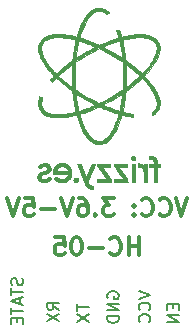
<source format=gbo>
%TF.GenerationSoftware,KiCad,Pcbnew,4.0.7*%
%TF.CreationDate,2018-05-06T15:55:51+02:00*%
%TF.ProjectId,Modulo_bluetooth,4D6F64756C6F5F626C7565746F6F7468,rev?*%
%TF.FileFunction,Legend,Bot*%
%FSLAX46Y46*%
G04 Gerber Fmt 4.6, Leading zero omitted, Abs format (unit mm)*
G04 Created by KiCad (PCBNEW 4.0.7) date 05/06/18 15:55:51*
%MOMM*%
%LPD*%
G01*
G04 APERTURE LIST*
%ADD10C,0.100000*%
%ADD11C,0.375000*%
%ADD12C,0.200000*%
%ADD13C,0.010000*%
G04 APERTURE END LIST*
D10*
D11*
X12552714Y-25951571D02*
X12552714Y-24451571D01*
X12552714Y-25165857D02*
X11695571Y-25165857D01*
X11695571Y-25951571D02*
X11695571Y-24451571D01*
X10124142Y-25808714D02*
X10195571Y-25880143D01*
X10409857Y-25951571D01*
X10552714Y-25951571D01*
X10766999Y-25880143D01*
X10909857Y-25737286D01*
X10981285Y-25594429D01*
X11052714Y-25308714D01*
X11052714Y-25094429D01*
X10981285Y-24808714D01*
X10909857Y-24665857D01*
X10766999Y-24523000D01*
X10552714Y-24451571D01*
X10409857Y-24451571D01*
X10195571Y-24523000D01*
X10124142Y-24594429D01*
X9481285Y-25380143D02*
X8338428Y-25380143D01*
X7338428Y-24451571D02*
X7195571Y-24451571D01*
X7052714Y-24523000D01*
X6981285Y-24594429D01*
X6909856Y-24737286D01*
X6838428Y-25023000D01*
X6838428Y-25380143D01*
X6909856Y-25665857D01*
X6981285Y-25808714D01*
X7052714Y-25880143D01*
X7195571Y-25951571D01*
X7338428Y-25951571D01*
X7481285Y-25880143D01*
X7552714Y-25808714D01*
X7624142Y-25665857D01*
X7695571Y-25380143D01*
X7695571Y-25023000D01*
X7624142Y-24737286D01*
X7552714Y-24594429D01*
X7481285Y-24523000D01*
X7338428Y-24451571D01*
X5481285Y-24451571D02*
X6195571Y-24451571D01*
X6267000Y-25165857D01*
X6195571Y-25094429D01*
X6052714Y-25023000D01*
X5695571Y-25023000D01*
X5552714Y-25094429D01*
X5481285Y-25165857D01*
X5409857Y-25308714D01*
X5409857Y-25665857D01*
X5481285Y-25808714D01*
X5552714Y-25880143D01*
X5695571Y-25951571D01*
X6052714Y-25951571D01*
X6195571Y-25880143D01*
X6267000Y-25808714D01*
X16659856Y-21149571D02*
X16159856Y-22649571D01*
X15659856Y-21149571D01*
X14302713Y-22506714D02*
X14374142Y-22578143D01*
X14588428Y-22649571D01*
X14731285Y-22649571D01*
X14945570Y-22578143D01*
X15088428Y-22435286D01*
X15159856Y-22292429D01*
X15231285Y-22006714D01*
X15231285Y-21792429D01*
X15159856Y-21506714D01*
X15088428Y-21363857D01*
X14945570Y-21221000D01*
X14731285Y-21149571D01*
X14588428Y-21149571D01*
X14374142Y-21221000D01*
X14302713Y-21292429D01*
X12802713Y-22506714D02*
X12874142Y-22578143D01*
X13088428Y-22649571D01*
X13231285Y-22649571D01*
X13445570Y-22578143D01*
X13588428Y-22435286D01*
X13659856Y-22292429D01*
X13731285Y-22006714D01*
X13731285Y-21792429D01*
X13659856Y-21506714D01*
X13588428Y-21363857D01*
X13445570Y-21221000D01*
X13231285Y-21149571D01*
X13088428Y-21149571D01*
X12874142Y-21221000D01*
X12802713Y-21292429D01*
X12159856Y-22506714D02*
X12088428Y-22578143D01*
X12159856Y-22649571D01*
X12231285Y-22578143D01*
X12159856Y-22506714D01*
X12159856Y-22649571D01*
X12159856Y-21721000D02*
X12088428Y-21792429D01*
X12159856Y-21863857D01*
X12231285Y-21792429D01*
X12159856Y-21721000D01*
X12159856Y-21863857D01*
X10445570Y-21149571D02*
X9516999Y-21149571D01*
X10016999Y-21721000D01*
X9802713Y-21721000D01*
X9659856Y-21792429D01*
X9588427Y-21863857D01*
X9516999Y-22006714D01*
X9516999Y-22363857D01*
X9588427Y-22506714D01*
X9659856Y-22578143D01*
X9802713Y-22649571D01*
X10231285Y-22649571D01*
X10374142Y-22578143D01*
X10445570Y-22506714D01*
X8874142Y-22506714D02*
X8802714Y-22578143D01*
X8874142Y-22649571D01*
X8945571Y-22578143D01*
X8874142Y-22506714D01*
X8874142Y-22649571D01*
X7516999Y-21149571D02*
X7802713Y-21149571D01*
X7945570Y-21221000D01*
X8016999Y-21292429D01*
X8159856Y-21506714D01*
X8231285Y-21792429D01*
X8231285Y-22363857D01*
X8159856Y-22506714D01*
X8088428Y-22578143D01*
X7945570Y-22649571D01*
X7659856Y-22649571D01*
X7516999Y-22578143D01*
X7445570Y-22506714D01*
X7374142Y-22363857D01*
X7374142Y-22006714D01*
X7445570Y-21863857D01*
X7516999Y-21792429D01*
X7659856Y-21721000D01*
X7945570Y-21721000D01*
X8088428Y-21792429D01*
X8159856Y-21863857D01*
X8231285Y-22006714D01*
X6945571Y-21149571D02*
X6445571Y-22649571D01*
X5945571Y-21149571D01*
X5445571Y-22078143D02*
X4302714Y-22078143D01*
X2874142Y-21149571D02*
X3588428Y-21149571D01*
X3659857Y-21863857D01*
X3588428Y-21792429D01*
X3445571Y-21721000D01*
X3088428Y-21721000D01*
X2945571Y-21792429D01*
X2874142Y-21863857D01*
X2802714Y-22006714D01*
X2802714Y-22363857D01*
X2874142Y-22506714D01*
X2945571Y-22578143D01*
X3088428Y-22649571D01*
X3445571Y-22649571D01*
X3588428Y-22578143D01*
X3659857Y-22506714D01*
X2374143Y-21149571D02*
X1874143Y-22649571D01*
X1374143Y-21149571D01*
D12*
X15422571Y-30122905D02*
X15422571Y-30456239D01*
X15946381Y-30599096D02*
X15946381Y-30122905D01*
X14946381Y-30122905D01*
X14946381Y-30599096D01*
X15946381Y-31027667D02*
X14946381Y-31027667D01*
X15946381Y-31599096D01*
X14946381Y-31599096D01*
X12533381Y-29019667D02*
X13533381Y-29353000D01*
X12533381Y-29686334D01*
X13438143Y-30591096D02*
X13485762Y-30543477D01*
X13533381Y-30400620D01*
X13533381Y-30305382D01*
X13485762Y-30162524D01*
X13390524Y-30067286D01*
X13295286Y-30019667D01*
X13104810Y-29972048D01*
X12961952Y-29972048D01*
X12771476Y-30019667D01*
X12676238Y-30067286D01*
X12581000Y-30162524D01*
X12533381Y-30305382D01*
X12533381Y-30400620D01*
X12581000Y-30543477D01*
X12628619Y-30591096D01*
X13438143Y-31591096D02*
X13485762Y-31543477D01*
X13533381Y-31400620D01*
X13533381Y-31305382D01*
X13485762Y-31162524D01*
X13390524Y-31067286D01*
X13295286Y-31019667D01*
X13104810Y-30972048D01*
X12961952Y-30972048D01*
X12771476Y-31019667D01*
X12676238Y-31067286D01*
X12581000Y-31162524D01*
X12533381Y-31305382D01*
X12533381Y-31400620D01*
X12581000Y-31543477D01*
X12628619Y-31591096D01*
X9914000Y-29591096D02*
X9866381Y-29495858D01*
X9866381Y-29353001D01*
X9914000Y-29210143D01*
X10009238Y-29114905D01*
X10104476Y-29067286D01*
X10294952Y-29019667D01*
X10437810Y-29019667D01*
X10628286Y-29067286D01*
X10723524Y-29114905D01*
X10818762Y-29210143D01*
X10866381Y-29353001D01*
X10866381Y-29448239D01*
X10818762Y-29591096D01*
X10771143Y-29638715D01*
X10437810Y-29638715D01*
X10437810Y-29448239D01*
X10866381Y-30067286D02*
X9866381Y-30067286D01*
X10866381Y-30638715D01*
X9866381Y-30638715D01*
X10866381Y-31114905D02*
X9866381Y-31114905D01*
X9866381Y-31353000D01*
X9914000Y-31495858D01*
X10009238Y-31591096D01*
X10104476Y-31638715D01*
X10294952Y-31686334D01*
X10437810Y-31686334D01*
X10628286Y-31638715D01*
X10723524Y-31591096D01*
X10818762Y-31495858D01*
X10866381Y-31353000D01*
X10866381Y-31114905D01*
X7326381Y-30099095D02*
X7326381Y-30670524D01*
X8326381Y-30384809D02*
X7326381Y-30384809D01*
X7326381Y-30908619D02*
X8326381Y-31575286D01*
X7326381Y-31575286D02*
X8326381Y-30908619D01*
X5786381Y-30567334D02*
X5310190Y-30234000D01*
X5786381Y-29995905D02*
X4786381Y-29995905D01*
X4786381Y-30376858D01*
X4834000Y-30472096D01*
X4881619Y-30519715D01*
X4976857Y-30567334D01*
X5119714Y-30567334D01*
X5214952Y-30519715D01*
X5262571Y-30472096D01*
X5310190Y-30376858D01*
X5310190Y-29995905D01*
X4786381Y-30900667D02*
X5786381Y-31567334D01*
X4786381Y-31567334D02*
X5786381Y-30900667D01*
X2690762Y-27916428D02*
X2738381Y-28059285D01*
X2738381Y-28297381D01*
X2690762Y-28392619D01*
X2643143Y-28440238D01*
X2547905Y-28487857D01*
X2452667Y-28487857D01*
X2357429Y-28440238D01*
X2309810Y-28392619D01*
X2262190Y-28297381D01*
X2214571Y-28106904D01*
X2166952Y-28011666D01*
X2119333Y-27964047D01*
X2024095Y-27916428D01*
X1928857Y-27916428D01*
X1833619Y-27964047D01*
X1786000Y-28011666D01*
X1738381Y-28106904D01*
X1738381Y-28345000D01*
X1786000Y-28487857D01*
X1738381Y-28773571D02*
X1738381Y-29345000D01*
X2738381Y-29059285D02*
X1738381Y-29059285D01*
X2452667Y-29630714D02*
X2452667Y-30106905D01*
X2738381Y-29535476D02*
X1738381Y-29868809D01*
X2738381Y-30202143D01*
X1738381Y-30392619D02*
X1738381Y-30964048D01*
X2738381Y-30678333D02*
X1738381Y-30678333D01*
X2214571Y-31297381D02*
X2214571Y-31630715D01*
X2738381Y-31773572D02*
X2738381Y-31297381D01*
X1738381Y-31297381D01*
X1738381Y-31773572D01*
D13*
G36*
X9102897Y-5018071D02*
X9048102Y-5019505D01*
X9005182Y-5022612D01*
X8968531Y-5028010D01*
X8932543Y-5036319D01*
X8891611Y-5048158D01*
X8887248Y-5049493D01*
X8734926Y-5108139D01*
X8586343Y-5189271D01*
X8441736Y-5292551D01*
X8301342Y-5417641D01*
X8165401Y-5564203D01*
X8034148Y-5731900D01*
X7907821Y-5920393D01*
X7786658Y-6129345D01*
X7670897Y-6358417D01*
X7560775Y-6607271D01*
X7456530Y-6875571D01*
X7358398Y-7162977D01*
X7323826Y-7273637D01*
X7304368Y-7335661D01*
X7286588Y-7389036D01*
X7271750Y-7430229D01*
X7261113Y-7455706D01*
X7256403Y-7462391D01*
X7242656Y-7459347D01*
X7210167Y-7451959D01*
X7162693Y-7441086D01*
X7103989Y-7427589D01*
X7043158Y-7413561D01*
X6707825Y-7343421D01*
X6381598Y-7289807D01*
X6245523Y-7272061D01*
X6154060Y-7262960D01*
X6049190Y-7255640D01*
X5935417Y-7250160D01*
X5817244Y-7246580D01*
X5699176Y-7244957D01*
X5585718Y-7245352D01*
X5481372Y-7247823D01*
X5390644Y-7252429D01*
X5318037Y-7259229D01*
X5313218Y-7259860D01*
X5108556Y-7294089D01*
X4923428Y-7339341D01*
X4756864Y-7396020D01*
X4607893Y-7464529D01*
X4475545Y-7545273D01*
X4358849Y-7638654D01*
X4324808Y-7671118D01*
X4224657Y-7786164D01*
X4144820Y-7911447D01*
X4085156Y-8046497D01*
X4045523Y-8190840D01*
X4025779Y-8344005D01*
X4025780Y-8505521D01*
X4045386Y-8674915D01*
X4084454Y-8851716D01*
X4142842Y-9035451D01*
X4220407Y-9225649D01*
X4317008Y-9421838D01*
X4432502Y-9623546D01*
X4566747Y-9830301D01*
X4719601Y-10041632D01*
X4890922Y-10257066D01*
X5080568Y-10476132D01*
X5213249Y-10619880D01*
X5257601Y-10667261D01*
X5295799Y-10708960D01*
X5325239Y-10742061D01*
X5343317Y-10763649D01*
X5347854Y-10770591D01*
X5340179Y-10782725D01*
X5320602Y-10804428D01*
X5306182Y-10818713D01*
X5283043Y-10841833D01*
X5248522Y-10877609D01*
X5206807Y-10921646D01*
X5162088Y-10969547D01*
X5149453Y-10983211D01*
X5034395Y-11107922D01*
X5101648Y-11151939D01*
X5142191Y-11180601D01*
X5179939Y-11210834D01*
X5203051Y-11232412D01*
X5237203Y-11268868D01*
X5388885Y-11109914D01*
X5540567Y-10950961D01*
X5672234Y-11072992D01*
X5963045Y-11331977D01*
X6275443Y-11589825D01*
X6610159Y-11847140D01*
X6629668Y-11861612D01*
X6710361Y-11921325D01*
X6774472Y-11968857D01*
X6823899Y-12005872D01*
X6860538Y-12034034D01*
X6886289Y-12055007D01*
X6903047Y-12070457D01*
X6912710Y-12082047D01*
X6917176Y-12091441D01*
X6918342Y-12100304D01*
X6918106Y-12110301D01*
X6918043Y-12114561D01*
X6919870Y-12156539D01*
X6925064Y-12218209D01*
X6933209Y-12296479D01*
X6943891Y-12388261D01*
X6956695Y-12490467D01*
X6971208Y-12600006D01*
X6987015Y-12713791D01*
X7003701Y-12828731D01*
X7020851Y-12941738D01*
X7038052Y-13049723D01*
X7054889Y-13149597D01*
X7063209Y-13196455D01*
X7076646Y-13268546D01*
X7092185Y-13348517D01*
X7109005Y-13432467D01*
X7126285Y-13516497D01*
X7143205Y-13596705D01*
X7158942Y-13669192D01*
X7172677Y-13730056D01*
X7183588Y-13775398D01*
X7189944Y-13798552D01*
X7189136Y-13807228D01*
X7178765Y-13815508D01*
X7155679Y-13824592D01*
X7116730Y-13835678D01*
X7058767Y-13849965D01*
X7048334Y-13852435D01*
X6804658Y-13906642D01*
X6577324Y-13950111D01*
X6362485Y-13983308D01*
X6156292Y-14006699D01*
X5954896Y-14020749D01*
X5754449Y-14025922D01*
X5622712Y-14024742D01*
X5488432Y-14020317D01*
X5372105Y-14012976D01*
X5268706Y-14002068D01*
X5173208Y-13986937D01*
X5080585Y-13966932D01*
X4989120Y-13942363D01*
X4838305Y-13889337D01*
X4703881Y-13823129D01*
X4586703Y-13744494D01*
X4487626Y-13654186D01*
X4407505Y-13552961D01*
X4347196Y-13441573D01*
X4314029Y-13346546D01*
X4293947Y-13237967D01*
X4287887Y-13115103D01*
X4295688Y-12981892D01*
X4317191Y-12842271D01*
X4338164Y-12751009D01*
X4350275Y-12703554D01*
X4359793Y-12664665D01*
X4365443Y-12639634D01*
X4366447Y-12633470D01*
X4356719Y-12624495D01*
X4332041Y-12611289D01*
X4315476Y-12604013D01*
X4276516Y-12585952D01*
X4230537Y-12561796D01*
X4201470Y-12545088D01*
X4138392Y-12507104D01*
X4102593Y-12623757D01*
X4073164Y-12725239D01*
X4052072Y-12813200D01*
X4038146Y-12895163D01*
X4030215Y-12978648D01*
X4027110Y-13071179D01*
X4026950Y-13109864D01*
X4028592Y-13202549D01*
X4033952Y-13279423D01*
X4044288Y-13347633D01*
X4060857Y-13414328D01*
X4084917Y-13486656D01*
X4100565Y-13528240D01*
X4162494Y-13656735D01*
X4244602Y-13775474D01*
X4345791Y-13883665D01*
X4464959Y-13980515D01*
X4601007Y-14065233D01*
X4752835Y-14137027D01*
X4919342Y-14195103D01*
X5082309Y-14235285D01*
X5161285Y-14250632D01*
X5231935Y-14262707D01*
X5298813Y-14271877D01*
X5366472Y-14278511D01*
X5439463Y-14282976D01*
X5522340Y-14285639D01*
X5619655Y-14286870D01*
X5723081Y-14287057D01*
X5908499Y-14284098D01*
X6086210Y-14275343D01*
X6261116Y-14260190D01*
X6438115Y-14238036D01*
X6622108Y-14208279D01*
X6817995Y-14170318D01*
X7004627Y-14129527D01*
X7072256Y-14114108D01*
X7133316Y-14100228D01*
X7183750Y-14088805D01*
X7219501Y-14080758D01*
X7236013Y-14077110D01*
X7248185Y-14077181D01*
X7258132Y-14085979D01*
X7268081Y-14107507D01*
X7280256Y-14145767D01*
X7286706Y-14168274D01*
X7361530Y-14415534D01*
X7444811Y-14657951D01*
X7535366Y-14892921D01*
X7632015Y-15117841D01*
X7733576Y-15330107D01*
X7838870Y-15527115D01*
X7946715Y-15706263D01*
X8055930Y-15864946D01*
X8056864Y-15866203D01*
X8190555Y-16032093D01*
X8328619Y-16175848D01*
X8470871Y-16297327D01*
X8617130Y-16396389D01*
X8767211Y-16472891D01*
X8903854Y-16521890D01*
X8966537Y-16535483D01*
X9043727Y-16545345D01*
X9128401Y-16551212D01*
X9213535Y-16552823D01*
X9292103Y-16549918D01*
X9357083Y-16542234D01*
X9371445Y-16539293D01*
X9525072Y-16493059D01*
X9673516Y-16426268D01*
X9817261Y-16338533D01*
X9956788Y-16229465D01*
X10092577Y-16098676D01*
X10225111Y-15945779D01*
X10354871Y-15770385D01*
X10389498Y-15719113D01*
X10494402Y-15549278D01*
X10597640Y-15359456D01*
X10697861Y-15152754D01*
X10793715Y-14932272D01*
X10883850Y-14701116D01*
X10966916Y-14462389D01*
X11040185Y-14224000D01*
X11055734Y-14171428D01*
X11069736Y-14126949D01*
X11080638Y-14095312D01*
X11086819Y-14081343D01*
X11100431Y-14080464D01*
X11132336Y-14084572D01*
X11178450Y-14092961D01*
X11234686Y-14104927D01*
X11266702Y-14112360D01*
X11432238Y-14149898D01*
X11599311Y-14184104D01*
X11759252Y-14213265D01*
X11859491Y-14229337D01*
X11913192Y-14237426D01*
X11961234Y-14244741D01*
X11997201Y-14250302D01*
X12011451Y-14252575D01*
X12042185Y-14257653D01*
X12038588Y-14003288D01*
X10831945Y-14003288D01*
X10828483Y-14020169D01*
X10818851Y-14055373D01*
X10804179Y-14105313D01*
X10785598Y-14166405D01*
X10764238Y-14235064D01*
X10741230Y-14307705D01*
X10717704Y-14380744D01*
X10694791Y-14450595D01*
X10673621Y-14513674D01*
X10655325Y-14566396D01*
X10647775Y-14587298D01*
X10547874Y-14842914D01*
X10443478Y-15079264D01*
X10334879Y-15295953D01*
X10222369Y-15492586D01*
X10106241Y-15668770D01*
X9986787Y-15824110D01*
X9864299Y-15958211D01*
X9739069Y-16070679D01*
X9611390Y-16161119D01*
X9481554Y-16229138D01*
X9411184Y-16256226D01*
X9288061Y-16286983D01*
X9164810Y-16295699D01*
X9038207Y-16282497D01*
X8990445Y-16272222D01*
X8868188Y-16231199D01*
X8745379Y-16167725D01*
X8622723Y-16082407D01*
X8500922Y-15975852D01*
X8380678Y-15848666D01*
X8262694Y-15701455D01*
X8162390Y-15557500D01*
X8114243Y-15479614D01*
X8060347Y-15384928D01*
X8003118Y-15278242D01*
X7944971Y-15164354D01*
X7888321Y-15048066D01*
X7835582Y-14934177D01*
X7789169Y-14827485D01*
X7764465Y-14766637D01*
X7736457Y-14693303D01*
X7706895Y-14612449D01*
X7676671Y-14526857D01*
X7646677Y-14439310D01*
X7617806Y-14352594D01*
X7590950Y-14269490D01*
X7567001Y-14192782D01*
X7546851Y-14125255D01*
X7531392Y-14069691D01*
X7521517Y-14028874D01*
X7518119Y-14005587D01*
X7519156Y-14001365D01*
X7530937Y-13996989D01*
X7562035Y-13986282D01*
X7609832Y-13970123D01*
X7671709Y-13949389D01*
X7745046Y-13924960D01*
X7827226Y-13897715D01*
X7882081Y-13879591D01*
X8110349Y-13801484D01*
X8343631Y-13716402D01*
X8574849Y-13627075D01*
X8796924Y-13536231D01*
X8988506Y-13453018D01*
X9171294Y-13371025D01*
X9340642Y-13446442D01*
X9469642Y-13502673D01*
X9607863Y-13560724D01*
X9752308Y-13619478D01*
X9899980Y-13677817D01*
X10047881Y-13734625D01*
X10193014Y-13788785D01*
X10332382Y-13839181D01*
X10462986Y-13884695D01*
X10581831Y-13924210D01*
X10685918Y-13956611D01*
X10772250Y-13980779D01*
X10780046Y-13982764D01*
X10810721Y-13991940D01*
X10829348Y-14000310D01*
X10831945Y-14003288D01*
X12038588Y-14003288D01*
X12038445Y-13993199D01*
X12003809Y-13987345D01*
X11974529Y-13982653D01*
X11931945Y-13976125D01*
X11888354Y-13969629D01*
X11794533Y-13954539D01*
X11685719Y-13934855D01*
X11569207Y-13912017D01*
X11452294Y-13887463D01*
X11342274Y-13862633D01*
X11324320Y-13858378D01*
X11152832Y-13817406D01*
X11159242Y-13786908D01*
X11163657Y-13766259D01*
X11172080Y-13727176D01*
X11183618Y-13673791D01*
X11197378Y-13610236D01*
X11212467Y-13540642D01*
X11212538Y-13540318D01*
X11251608Y-13350273D01*
X11289684Y-13145871D01*
X11325201Y-12935841D01*
X11350821Y-12768946D01*
X11357163Y-12723343D01*
X11365003Y-12663532D01*
X11373913Y-12593136D01*
X11383463Y-12515779D01*
X11393225Y-12435082D01*
X11402770Y-12354670D01*
X11411669Y-12278165D01*
X11413597Y-12261161D01*
X11151335Y-12261161D01*
X11136045Y-12391103D01*
X11104625Y-12636553D01*
X11068136Y-12883679D01*
X11027625Y-13126192D01*
X10984139Y-13357807D01*
X10941664Y-13559165D01*
X10927983Y-13620501D01*
X10916282Y-13673479D01*
X10907409Y-13714204D01*
X10902217Y-13738783D01*
X10901218Y-13744241D01*
X10890635Y-13743470D01*
X10860192Y-13735745D01*
X10811851Y-13721665D01*
X10747572Y-13701829D01*
X10669316Y-13676837D01*
X10579044Y-13647290D01*
X10520816Y-13627920D01*
X10247866Y-13532376D01*
X9969809Y-13427008D01*
X9705065Y-13319049D01*
X9495005Y-13230122D01*
X8846811Y-13230122D01*
X8845406Y-13231265D01*
X8825586Y-13240702D01*
X8787750Y-13257254D01*
X8735338Y-13279509D01*
X8671792Y-13306053D01*
X8600554Y-13335474D01*
X8525064Y-13366358D01*
X8448765Y-13397293D01*
X8375098Y-13426866D01*
X8307504Y-13453664D01*
X8249425Y-13476274D01*
X8237729Y-13480751D01*
X8175756Y-13503850D01*
X8103187Y-13530032D01*
X8023061Y-13558284D01*
X7938420Y-13587590D01*
X7852302Y-13616935D01*
X7767749Y-13645305D01*
X7687800Y-13671685D01*
X7615495Y-13695060D01*
X7553874Y-13714416D01*
X7505978Y-13728736D01*
X7474846Y-13737008D01*
X7465089Y-13738659D01*
X7449018Y-13734680D01*
X7438209Y-13718462D01*
X7429106Y-13684642D01*
X7429023Y-13684250D01*
X7392031Y-13507661D01*
X7359900Y-13349636D01*
X7331954Y-13206324D01*
X7307512Y-13073874D01*
X7285898Y-12948434D01*
X7266432Y-12826151D01*
X7248438Y-12703175D01*
X7231237Y-12575653D01*
X7224276Y-12521316D01*
X7215387Y-12450302D01*
X7207592Y-12386713D01*
X7201331Y-12334252D01*
X7197044Y-12296625D01*
X7195173Y-12277537D01*
X7195127Y-12276364D01*
X7204164Y-12277315D01*
X7229094Y-12289334D01*
X7266643Y-12310610D01*
X7313538Y-12339333D01*
X7342331Y-12357782D01*
X7573976Y-12504936D01*
X7816835Y-12652693D01*
X8064931Y-12797614D01*
X8312285Y-12936257D01*
X8552921Y-13065182D01*
X8718445Y-13149948D01*
X8779773Y-13181598D01*
X8820885Y-13205046D01*
X8842867Y-13220988D01*
X8846811Y-13230122D01*
X9495005Y-13230122D01*
X9483350Y-13225188D01*
X9716034Y-13104026D01*
X10087685Y-12904843D01*
X10444455Y-12701736D01*
X10794537Y-12489904D01*
X11121527Y-12280712D01*
X11151335Y-12261161D01*
X11413597Y-12261161D01*
X11419492Y-12209190D01*
X11425811Y-12151369D01*
X11430196Y-12108323D01*
X11432219Y-12083677D01*
X11432305Y-12080862D01*
X11441244Y-12070199D01*
X11466039Y-12048672D01*
X11503661Y-12018704D01*
X11551083Y-11982718D01*
X11596831Y-11949211D01*
X11810275Y-11791296D01*
X12024579Y-11625124D01*
X12233770Y-11455505D01*
X12431873Y-11287247D01*
X12555991Y-11177157D01*
X12609201Y-11129142D01*
X12660686Y-11082874D01*
X12706221Y-11042136D01*
X12741582Y-11010712D01*
X12756919Y-10997238D01*
X12809755Y-10951248D01*
X12912481Y-11060738D01*
X13120152Y-11290067D01*
X13307647Y-11513796D01*
X13474772Y-11731616D01*
X13621337Y-11943219D01*
X13747150Y-12148299D01*
X13852017Y-12346545D01*
X13935747Y-12537651D01*
X13998149Y-12721309D01*
X14030874Y-12854158D01*
X14049161Y-12976323D01*
X14055273Y-13099380D01*
X14049570Y-13218644D01*
X14032413Y-13329428D01*
X14004165Y-13427045D01*
X13982986Y-13475498D01*
X13914880Y-13585661D01*
X13829751Y-13683409D01*
X13731281Y-13764577D01*
X13721720Y-13771039D01*
X13690057Y-13793423D01*
X13667964Y-13811640D01*
X13660581Y-13820981D01*
X13663301Y-13836434D01*
X13670346Y-13866875D01*
X13677900Y-13896817D01*
X13687936Y-13946726D01*
X13694187Y-13999710D01*
X13695218Y-14024381D01*
X13696727Y-14058397D01*
X13700604Y-14080569D01*
X13704060Y-14085455D01*
X13721610Y-14079167D01*
X13753222Y-14062257D01*
X13794261Y-14037654D01*
X13840093Y-14008286D01*
X13886083Y-13977083D01*
X13927598Y-13946975D01*
X13946521Y-13932205D01*
X14039384Y-13844627D01*
X14124194Y-13740371D01*
X14196751Y-13625526D01*
X14252858Y-13506180D01*
X14266739Y-13467773D01*
X14294857Y-13358651D01*
X14312338Y-13235353D01*
X14318827Y-13104381D01*
X14313965Y-12972236D01*
X14300123Y-12860785D01*
X14256853Y-12668321D01*
X14191565Y-12469509D01*
X14104242Y-12264323D01*
X13994869Y-12052736D01*
X13863430Y-11834723D01*
X13709911Y-11610258D01*
X13534296Y-11379316D01*
X13336569Y-11141870D01*
X13134420Y-10916903D01*
X12996659Y-10768609D01*
X12620296Y-10768609D01*
X12473689Y-10901687D01*
X12368264Y-10996577D01*
X12271025Y-11082196D01*
X12175423Y-11164152D01*
X12074910Y-11248052D01*
X11962938Y-11339501D01*
X11951854Y-11348472D01*
X11885079Y-11402009D01*
X11815663Y-11456823D01*
X11746096Y-11511030D01*
X11678870Y-11562744D01*
X11616476Y-11610079D01*
X11561405Y-11651150D01*
X11516148Y-11684073D01*
X11483197Y-11706960D01*
X11465041Y-11717928D01*
X11462807Y-11718613D01*
X11457464Y-11709249D01*
X11459174Y-11692659D01*
X11461150Y-11675001D01*
X11463776Y-11637285D01*
X11466893Y-11582531D01*
X11470346Y-11513760D01*
X11473980Y-11433991D01*
X11477637Y-11346243D01*
X11479323Y-11303000D01*
X11483374Y-11168603D01*
X11485962Y-11020063D01*
X11487129Y-10862080D01*
X11487070Y-10816341D01*
X11219007Y-10816341D01*
X11218750Y-10969790D01*
X11217628Y-11119797D01*
X11215643Y-11264026D01*
X11212793Y-11400143D01*
X11209080Y-11525815D01*
X11204503Y-11638706D01*
X11199061Y-11736484D01*
X11192756Y-11816812D01*
X11185587Y-11877358D01*
X11182397Y-11895926D01*
X11177861Y-11907849D01*
X11167325Y-11921713D01*
X11148638Y-11939179D01*
X11119647Y-11961906D01*
X11078200Y-11991554D01*
X11022145Y-12029782D01*
X10949330Y-12078250D01*
X10926010Y-12093642D01*
X10695561Y-12242023D01*
X10451978Y-12392322D01*
X10204048Y-12539201D01*
X10012218Y-12648565D01*
X9964316Y-12674943D01*
X9904159Y-12707389D01*
X9834354Y-12744558D01*
X9757509Y-12785102D01*
X9676233Y-12827673D01*
X9593135Y-12870924D01*
X9510823Y-12913508D01*
X9431904Y-12954077D01*
X9358989Y-12991285D01*
X9294684Y-13023784D01*
X9241598Y-13050227D01*
X9202340Y-13069267D01*
X9179518Y-13079556D01*
X9175001Y-13081000D01*
X9163435Y-13076005D01*
X9133854Y-13061870D01*
X9088852Y-13039873D01*
X9031021Y-13011292D01*
X8962955Y-12977405D01*
X8887246Y-12939488D01*
X8860103Y-12925845D01*
X8556461Y-12769212D01*
X8268616Y-12612458D01*
X7989606Y-12451563D01*
X7712467Y-12282512D01*
X7430237Y-12101286D01*
X7424612Y-12097589D01*
X7163416Y-11925809D01*
X7156239Y-11836654D01*
X7145826Y-11693571D01*
X7145032Y-11679637D01*
X6881533Y-11679637D01*
X6881383Y-11707576D01*
X6878616Y-11718628D01*
X6878501Y-11718637D01*
X6867112Y-11712040D01*
X6840723Y-11693855D01*
X6802702Y-11666485D01*
X6756417Y-11632338D01*
X6729951Y-11612514D01*
X6589926Y-11505241D01*
X6445905Y-11391462D01*
X6301907Y-11274520D01*
X6161950Y-11157757D01*
X6030055Y-11044516D01*
X5910239Y-10938139D01*
X5828149Y-10862453D01*
X5725399Y-10765771D01*
X5891649Y-10615310D01*
X6042735Y-10480264D01*
X6184692Y-10357185D01*
X6323817Y-10240860D01*
X6466408Y-10126074D01*
X6618763Y-10007614D01*
X6703254Y-9943347D01*
X6757549Y-9902757D01*
X6805340Y-9867874D01*
X6843687Y-9840774D01*
X6869650Y-9823534D01*
X6880290Y-9818230D01*
X6880326Y-9818260D01*
X6881149Y-9830678D01*
X6880856Y-9863000D01*
X6879542Y-9912072D01*
X6877307Y-9974739D01*
X6874247Y-10047845D01*
X6871250Y-10112153D01*
X6868762Y-10178105D01*
X6866761Y-10261526D01*
X6865233Y-10359556D01*
X6864163Y-10469335D01*
X6863536Y-10588000D01*
X6863338Y-10712692D01*
X6863555Y-10840549D01*
X6864172Y-10968712D01*
X6865174Y-11094318D01*
X6866546Y-11214508D01*
X6868275Y-11326420D01*
X6870346Y-11427194D01*
X6872743Y-11513968D01*
X6875454Y-11583882D01*
X6878462Y-11634076D01*
X6879025Y-11640705D01*
X6881533Y-11679637D01*
X7145032Y-11679637D01*
X7137494Y-11547365D01*
X7131124Y-11394312D01*
X7126596Y-11230688D01*
X7123791Y-11052769D01*
X7122590Y-10856829D01*
X7122527Y-10783455D01*
X7122870Y-10629039D01*
X7123896Y-10492542D01*
X7125770Y-10368798D01*
X7128656Y-10252641D01*
X7132716Y-10138906D01*
X7138116Y-10022425D01*
X7145019Y-9898033D01*
X7153589Y-9760565D01*
X7156306Y-9719072D01*
X7163697Y-9607188D01*
X7390117Y-9458308D01*
X7738901Y-9235243D01*
X8084930Y-9026959D01*
X8435896Y-8829023D01*
X8799494Y-8637005D01*
X8934725Y-8568593D01*
X9167642Y-8452043D01*
X9304180Y-8516866D01*
X9504278Y-8615106D01*
X9717976Y-8726027D01*
X9941285Y-8847353D01*
X10170215Y-8976806D01*
X10400778Y-9112107D01*
X10628982Y-9250979D01*
X10850840Y-9391144D01*
X10960389Y-9462479D01*
X11175424Y-9604022D01*
X11182430Y-9665534D01*
X11189951Y-9744924D01*
X11196609Y-9841881D01*
X11202401Y-9954069D01*
X11207329Y-10079154D01*
X11211393Y-10214803D01*
X11214593Y-10358680D01*
X11216929Y-10508452D01*
X11218400Y-10661784D01*
X11219007Y-10816341D01*
X11487070Y-10816341D01*
X11486919Y-10699349D01*
X11485375Y-10536568D01*
X11482539Y-10378433D01*
X11478455Y-10229642D01*
X11473166Y-10094892D01*
X11467266Y-9987258D01*
X11463752Y-9927715D01*
X11461403Y-9876848D01*
X11460362Y-9838866D01*
X11460774Y-9817981D01*
X11461395Y-9815338D01*
X11472723Y-9819672D01*
X11499886Y-9837139D01*
X11540888Y-9866198D01*
X11593735Y-9905310D01*
X11656430Y-9952936D01*
X11726978Y-10007537D01*
X11803383Y-10067572D01*
X11883650Y-10131504D01*
X11965783Y-10197792D01*
X12047786Y-10264898D01*
X12096172Y-10304977D01*
X12184602Y-10378931D01*
X12260109Y-10442970D01*
X12327819Y-10501583D01*
X12392857Y-10559262D01*
X12460346Y-10620497D01*
X12535411Y-10689778D01*
X12537189Y-10691428D01*
X12620296Y-10768609D01*
X12996659Y-10768609D01*
X12994317Y-10766088D01*
X13109295Y-10644885D01*
X13324451Y-10409117D01*
X13519533Y-10176678D01*
X13694268Y-9948005D01*
X13848383Y-9723535D01*
X13981604Y-9503704D01*
X14093660Y-9288947D01*
X14184276Y-9079701D01*
X14253180Y-8876402D01*
X14280017Y-8774546D01*
X14296681Y-8686869D01*
X14308775Y-8587543D01*
X14315935Y-8483730D01*
X14317645Y-8390762D01*
X14054608Y-8390762D01*
X14052939Y-8493219D01*
X14044163Y-8595414D01*
X14030818Y-8678344D01*
X13986214Y-8850491D01*
X13921133Y-9030943D01*
X13836194Y-9218608D01*
X13732012Y-9412397D01*
X13609204Y-9611218D01*
X13468388Y-9813979D01*
X13310179Y-10019589D01*
X13193384Y-10160000D01*
X13138654Y-10223108D01*
X13081689Y-10287461D01*
X13024682Y-10350710D01*
X12969827Y-10410510D01*
X12919318Y-10464513D01*
X12875350Y-10510371D01*
X12840116Y-10545737D01*
X12815810Y-10568265D01*
X12804883Y-10575637D01*
X12792560Y-10568147D01*
X12767424Y-10547812D01*
X12733267Y-10517835D01*
X12698076Y-10485383D01*
X12550690Y-10350411D01*
X12387347Y-10207768D01*
X12212307Y-10060939D01*
X12029828Y-9913409D01*
X11844173Y-9768661D01*
X11659600Y-9630182D01*
X11594791Y-9582933D01*
X11534850Y-9539143D01*
X11491288Y-9505965D01*
X11461440Y-9480952D01*
X11442643Y-9461656D01*
X11432231Y-9445630D01*
X11427539Y-9430426D01*
X11427324Y-9429124D01*
X11424065Y-9404676D01*
X11419028Y-9362425D01*
X11412806Y-9307536D01*
X11406473Y-9249568D01*
X11143672Y-9249568D01*
X11139122Y-9254447D01*
X11124155Y-9250392D01*
X11096797Y-9236358D01*
X11055076Y-9211302D01*
X10997019Y-9174180D01*
X10979150Y-9162517D01*
X10916660Y-9122181D01*
X10840619Y-9073996D01*
X10757330Y-9021902D01*
X10673094Y-8969839D01*
X10594214Y-8921749D01*
X10589540Y-8918925D01*
X10432578Y-8825658D01*
X10268555Y-8730937D01*
X10103022Y-8637854D01*
X9941528Y-8549502D01*
X9789624Y-8468972D01*
X9691873Y-8418862D01*
X9630248Y-8387447D01*
X9576373Y-8359304D01*
X9533404Y-8336139D01*
X9504499Y-8319657D01*
X9492814Y-8311563D01*
X9492714Y-8311286D01*
X9494780Y-8309879D01*
X8859574Y-8309879D01*
X8642146Y-8422669D01*
X8386506Y-8558296D01*
X8131475Y-8699433D01*
X7882130Y-8843140D01*
X7643548Y-8986480D01*
X7420805Y-9126511D01*
X7374297Y-9156670D01*
X7318736Y-9192711D01*
X7270319Y-9223727D01*
X7232151Y-9247759D01*
X7207340Y-9262850D01*
X7198986Y-9267162D01*
X7199647Y-9255544D01*
X7202869Y-9224533D01*
X7208245Y-9177636D01*
X7215374Y-9118359D01*
X7223850Y-9050210D01*
X7225157Y-9039886D01*
X7257479Y-8801758D01*
X7292807Y-8575566D01*
X7332929Y-8350190D01*
X7352046Y-8251039D01*
X7368593Y-8168604D01*
X7385542Y-8087012D01*
X7402167Y-8009480D01*
X7417745Y-7939227D01*
X7431553Y-7879470D01*
X7442866Y-7833428D01*
X7450959Y-7804317D01*
X7454560Y-7795446D01*
X7467004Y-7796880D01*
X7497891Y-7804625D01*
X7543782Y-7817619D01*
X7601239Y-7834800D01*
X7666822Y-7855105D01*
X7737093Y-7877471D01*
X7808614Y-7900835D01*
X7877944Y-7924136D01*
X7934036Y-7943610D01*
X8085974Y-7998389D01*
X8240253Y-8055959D01*
X8392191Y-8114484D01*
X8537106Y-8172123D01*
X8670317Y-8227039D01*
X8787141Y-8277394D01*
X8809555Y-8287397D01*
X8859574Y-8309879D01*
X9494780Y-8309879D01*
X9503004Y-8304281D01*
X9532082Y-8290061D01*
X9577207Y-8269759D01*
X9635640Y-8244510D01*
X9704640Y-8215449D01*
X9781467Y-8183710D01*
X9863382Y-8150428D01*
X9947642Y-8116737D01*
X10031510Y-8083772D01*
X10112243Y-8052668D01*
X10168846Y-8031334D01*
X10262051Y-7997156D01*
X10357312Y-7963234D01*
X10452072Y-7930390D01*
X10543779Y-7899442D01*
X10629877Y-7871212D01*
X10707812Y-7846518D01*
X10775028Y-7826181D01*
X10828972Y-7811021D01*
X10867089Y-7801857D01*
X10886823Y-7799511D01*
X10888778Y-7800259D01*
X10893785Y-7814143D01*
X10902625Y-7847168D01*
X10914519Y-7895853D01*
X10928685Y-7956713D01*
X10944343Y-8026265D01*
X10960711Y-8101027D01*
X10977011Y-8177514D01*
X10992460Y-8252245D01*
X11006278Y-8321735D01*
X11010094Y-8341591D01*
X11022980Y-8412120D01*
X11037134Y-8494478D01*
X11052081Y-8585420D01*
X11067342Y-8681699D01*
X11082440Y-8780070D01*
X11096897Y-8877286D01*
X11110237Y-8970102D01*
X11121981Y-9055272D01*
X11131651Y-9129550D01*
X11138771Y-9189689D01*
X11142863Y-9232445D01*
X11143672Y-9249568D01*
X11406473Y-9249568D01*
X11405992Y-9245175D01*
X11403207Y-9219046D01*
X11372261Y-8959325D01*
X11333617Y-8689278D01*
X11288719Y-8417789D01*
X11239013Y-8153745D01*
X11199539Y-7966364D01*
X11184602Y-7898411D01*
X11171454Y-7837626D01*
X11160905Y-7787837D01*
X11153766Y-7752868D01*
X11150847Y-7736546D01*
X11150839Y-7736459D01*
X11157536Y-7727215D01*
X11179856Y-7716215D01*
X11218970Y-7703144D01*
X11276051Y-7687686D01*
X11352271Y-7669529D01*
X11448803Y-7648357D01*
X11566818Y-7623855D01*
X11582400Y-7620693D01*
X11861969Y-7570090D01*
X12129768Y-7533800D01*
X12384834Y-7511836D01*
X12626209Y-7504216D01*
X12852932Y-7510953D01*
X13064043Y-7532065D01*
X13258582Y-7567565D01*
X13354627Y-7592215D01*
X13503839Y-7644012D01*
X13637325Y-7709409D01*
X13754122Y-7787527D01*
X13853262Y-7877483D01*
X13933781Y-7978396D01*
X13994714Y-8089385D01*
X14035094Y-8209569D01*
X14036277Y-8214591D01*
X14049083Y-8295426D01*
X14054608Y-8390762D01*
X14317645Y-8390762D01*
X14317796Y-8382592D01*
X14313994Y-8291289D01*
X14307445Y-8235038D01*
X14284397Y-8131910D01*
X14249158Y-8024132D01*
X14205517Y-7922351D01*
X14177155Y-7869068D01*
X14117083Y-7782169D01*
X14039102Y-7694331D01*
X13947829Y-7609679D01*
X13847885Y-7532338D01*
X13743887Y-7466432D01*
X13700382Y-7443290D01*
X13614107Y-7405425D01*
X13509907Y-7368427D01*
X13392941Y-7333719D01*
X13268369Y-7302724D01*
X13141350Y-7276867D01*
X13037127Y-7260240D01*
X12983683Y-7254966D01*
X12911590Y-7250871D01*
X12825262Y-7247954D01*
X12729109Y-7246215D01*
X12627544Y-7245654D01*
X12524980Y-7246269D01*
X12425829Y-7248061D01*
X12334503Y-7251029D01*
X12255414Y-7255172D01*
X12194309Y-7260341D01*
X12077626Y-7274607D01*
X11947189Y-7292881D01*
X11811438Y-7313837D01*
X11678816Y-7336153D01*
X11557764Y-7358505D01*
X11518973Y-7366238D01*
X11445468Y-7381579D01*
X11369688Y-7397989D01*
X11295674Y-7414531D01*
X11227469Y-7430271D01*
X11169115Y-7444273D01*
X11124653Y-7455602D01*
X11098127Y-7463323D01*
X11095862Y-7464144D01*
X11085306Y-7462839D01*
X11074845Y-7448097D01*
X11062699Y-7416565D01*
X11051731Y-7380962D01*
X11036130Y-7329076D01*
X11016880Y-7267228D01*
X10995205Y-7199124D01*
X10972331Y-7128473D01*
X10949483Y-7058983D01*
X10927887Y-6994362D01*
X10908766Y-6938318D01*
X10893348Y-6894559D01*
X10882856Y-6866794D01*
X10879335Y-6859195D01*
X10870264Y-6851963D01*
X10853721Y-6852360D01*
X10824792Y-6861198D01*
X10793061Y-6873432D01*
X10746927Y-6890285D01*
X10701997Y-6904063D01*
X10671423Y-6911116D01*
X10625624Y-6918439D01*
X10675227Y-7058515D01*
X10695097Y-7116153D01*
X10716534Y-7180927D01*
X10738451Y-7249246D01*
X10759758Y-7317516D01*
X10779368Y-7382147D01*
X10796192Y-7439546D01*
X10809142Y-7486121D01*
X10817130Y-7518280D01*
X10819066Y-7532431D01*
X10818904Y-7532701D01*
X10807322Y-7537178D01*
X10776412Y-7548052D01*
X10728760Y-7564439D01*
X10666953Y-7585460D01*
X10593577Y-7610234D01*
X10511218Y-7637880D01*
X10450945Y-7658022D01*
X10151205Y-7762356D01*
X9852243Y-7874824D01*
X9562202Y-7992276D01*
X9358255Y-8080481D01*
X9171883Y-8163502D01*
X9000346Y-8086645D01*
X8793022Y-7996582D01*
X8573145Y-7906258D01*
X8347375Y-7818212D01*
X8122373Y-7734986D01*
X8101871Y-7727837D01*
X7195127Y-7727837D01*
X7192691Y-7742694D01*
X7185928Y-7776208D01*
X7175656Y-7824526D01*
X7162693Y-7883794D01*
X7149499Y-7942871D01*
X7103202Y-8161610D01*
X7059021Y-8396248D01*
X7018117Y-8639612D01*
X6981652Y-8884531D01*
X6950787Y-9123830D01*
X6934389Y-9271877D01*
X6914705Y-9463255D01*
X6722984Y-9603635D01*
X6482760Y-9783153D01*
X6258927Y-9958183D01*
X6046437Y-10132822D01*
X5840245Y-10311166D01*
X5734627Y-10406013D01*
X5667002Y-10466887D01*
X5614394Y-10512784D01*
X5575321Y-10544878D01*
X5548295Y-10564343D01*
X5531832Y-10572352D01*
X5525346Y-10571379D01*
X5513242Y-10558752D01*
X5488410Y-10532511D01*
X5453905Y-10495896D01*
X5412783Y-10452146D01*
X5388609Y-10426384D01*
X5211112Y-10230029D01*
X5045911Y-10032931D01*
X4894632Y-9837294D01*
X4758899Y-9645320D01*
X4640336Y-9459212D01*
X4540566Y-9281172D01*
X4532027Y-9264567D01*
X4470724Y-9139732D01*
X4420916Y-9027270D01*
X4380197Y-8921116D01*
X4346158Y-8815208D01*
X4328898Y-8752911D01*
X4315173Y-8698733D01*
X4305512Y-8653640D01*
X4299199Y-8611231D01*
X4295517Y-8565105D01*
X4293748Y-8508861D01*
X4293175Y-8436095D01*
X4293170Y-8433955D01*
X4293288Y-8362378D01*
X4294428Y-8308564D01*
X4297175Y-8267189D01*
X4302114Y-8232929D01*
X4309829Y-8200459D01*
X4320907Y-8164456D01*
X4323711Y-8155959D01*
X4375652Y-8035058D01*
X4446621Y-7925753D01*
X4534790Y-7830535D01*
X4602584Y-7775855D01*
X4723192Y-7700588D01*
X4856800Y-7638018D01*
X5004552Y-7587894D01*
X5167596Y-7549968D01*
X5347076Y-7523990D01*
X5544139Y-7509710D01*
X5759931Y-7506880D01*
X5832059Y-7508322D01*
X6039477Y-7518213D01*
X6246680Y-7536904D01*
X6458538Y-7565059D01*
X6679920Y-7603340D01*
X6915696Y-7652408D01*
X6952672Y-7660756D01*
X7016389Y-7675252D01*
X7074329Y-7688391D01*
X7121766Y-7699104D01*
X7153974Y-7706323D01*
X7163377Y-7708393D01*
X7186376Y-7717292D01*
X7195127Y-7727837D01*
X8101871Y-7727837D01*
X7904799Y-7659121D01*
X7732073Y-7602761D01*
X7666914Y-7582172D01*
X7609833Y-7563954D01*
X7564289Y-7549227D01*
X7533739Y-7539109D01*
X7521642Y-7534717D01*
X7521594Y-7534679D01*
X7523430Y-7522636D01*
X7531537Y-7492012D01*
X7544881Y-7446128D01*
X7562428Y-7388308D01*
X7583143Y-7321875D01*
X7605991Y-7250152D01*
X7629940Y-7176462D01*
X7653953Y-7104127D01*
X7673676Y-7046096D01*
X7740460Y-6861831D01*
X7811144Y-6687135D01*
X7889665Y-6512752D01*
X7970356Y-6348288D01*
X8084908Y-6137154D01*
X8202735Y-5948869D01*
X8323838Y-5783433D01*
X8448213Y-5640849D01*
X8575859Y-5521118D01*
X8706775Y-5424243D01*
X8791364Y-5374719D01*
X8869372Y-5336056D01*
X8937163Y-5308749D01*
X9002837Y-5290088D01*
X9074492Y-5277365D01*
X9087671Y-5275620D01*
X9207429Y-5270696D01*
X9327027Y-5286744D01*
X9447505Y-5324134D01*
X9569901Y-5383235D01*
X9695254Y-5464417D01*
X9761692Y-5515272D01*
X9840211Y-5578399D01*
X9888692Y-5527796D01*
X9924895Y-5492061D01*
X9963894Y-5456599D01*
X9983354Y-5440273D01*
X10029536Y-5403354D01*
X9966036Y-5345329D01*
X9917227Y-5304232D01*
X9856696Y-5258489D01*
X9790374Y-5212114D01*
X9724193Y-5169119D01*
X9664086Y-5133516D01*
X9619208Y-5110722D01*
X9577428Y-5093541D01*
X9523863Y-5073283D01*
X9468753Y-5053795D01*
X9457973Y-5050171D01*
X9419009Y-5037726D01*
X9385536Y-5028920D01*
X9352160Y-5023133D01*
X9313489Y-5019745D01*
X9264129Y-5018137D01*
X9198688Y-5017690D01*
X9175172Y-5017689D01*
X9102897Y-5018071D01*
X9102897Y-5018071D01*
G37*
X9102897Y-5018071D02*
X9048102Y-5019505D01*
X9005182Y-5022612D01*
X8968531Y-5028010D01*
X8932543Y-5036319D01*
X8891611Y-5048158D01*
X8887248Y-5049493D01*
X8734926Y-5108139D01*
X8586343Y-5189271D01*
X8441736Y-5292551D01*
X8301342Y-5417641D01*
X8165401Y-5564203D01*
X8034148Y-5731900D01*
X7907821Y-5920393D01*
X7786658Y-6129345D01*
X7670897Y-6358417D01*
X7560775Y-6607271D01*
X7456530Y-6875571D01*
X7358398Y-7162977D01*
X7323826Y-7273637D01*
X7304368Y-7335661D01*
X7286588Y-7389036D01*
X7271750Y-7430229D01*
X7261113Y-7455706D01*
X7256403Y-7462391D01*
X7242656Y-7459347D01*
X7210167Y-7451959D01*
X7162693Y-7441086D01*
X7103989Y-7427589D01*
X7043158Y-7413561D01*
X6707825Y-7343421D01*
X6381598Y-7289807D01*
X6245523Y-7272061D01*
X6154060Y-7262960D01*
X6049190Y-7255640D01*
X5935417Y-7250160D01*
X5817244Y-7246580D01*
X5699176Y-7244957D01*
X5585718Y-7245352D01*
X5481372Y-7247823D01*
X5390644Y-7252429D01*
X5318037Y-7259229D01*
X5313218Y-7259860D01*
X5108556Y-7294089D01*
X4923428Y-7339341D01*
X4756864Y-7396020D01*
X4607893Y-7464529D01*
X4475545Y-7545273D01*
X4358849Y-7638654D01*
X4324808Y-7671118D01*
X4224657Y-7786164D01*
X4144820Y-7911447D01*
X4085156Y-8046497D01*
X4045523Y-8190840D01*
X4025779Y-8344005D01*
X4025780Y-8505521D01*
X4045386Y-8674915D01*
X4084454Y-8851716D01*
X4142842Y-9035451D01*
X4220407Y-9225649D01*
X4317008Y-9421838D01*
X4432502Y-9623546D01*
X4566747Y-9830301D01*
X4719601Y-10041632D01*
X4890922Y-10257066D01*
X5080568Y-10476132D01*
X5213249Y-10619880D01*
X5257601Y-10667261D01*
X5295799Y-10708960D01*
X5325239Y-10742061D01*
X5343317Y-10763649D01*
X5347854Y-10770591D01*
X5340179Y-10782725D01*
X5320602Y-10804428D01*
X5306182Y-10818713D01*
X5283043Y-10841833D01*
X5248522Y-10877609D01*
X5206807Y-10921646D01*
X5162088Y-10969547D01*
X5149453Y-10983211D01*
X5034395Y-11107922D01*
X5101648Y-11151939D01*
X5142191Y-11180601D01*
X5179939Y-11210834D01*
X5203051Y-11232412D01*
X5237203Y-11268868D01*
X5388885Y-11109914D01*
X5540567Y-10950961D01*
X5672234Y-11072992D01*
X5963045Y-11331977D01*
X6275443Y-11589825D01*
X6610159Y-11847140D01*
X6629668Y-11861612D01*
X6710361Y-11921325D01*
X6774472Y-11968857D01*
X6823899Y-12005872D01*
X6860538Y-12034034D01*
X6886289Y-12055007D01*
X6903047Y-12070457D01*
X6912710Y-12082047D01*
X6917176Y-12091441D01*
X6918342Y-12100304D01*
X6918106Y-12110301D01*
X6918043Y-12114561D01*
X6919870Y-12156539D01*
X6925064Y-12218209D01*
X6933209Y-12296479D01*
X6943891Y-12388261D01*
X6956695Y-12490467D01*
X6971208Y-12600006D01*
X6987015Y-12713791D01*
X7003701Y-12828731D01*
X7020851Y-12941738D01*
X7038052Y-13049723D01*
X7054889Y-13149597D01*
X7063209Y-13196455D01*
X7076646Y-13268546D01*
X7092185Y-13348517D01*
X7109005Y-13432467D01*
X7126285Y-13516497D01*
X7143205Y-13596705D01*
X7158942Y-13669192D01*
X7172677Y-13730056D01*
X7183588Y-13775398D01*
X7189944Y-13798552D01*
X7189136Y-13807228D01*
X7178765Y-13815508D01*
X7155679Y-13824592D01*
X7116730Y-13835678D01*
X7058767Y-13849965D01*
X7048334Y-13852435D01*
X6804658Y-13906642D01*
X6577324Y-13950111D01*
X6362485Y-13983308D01*
X6156292Y-14006699D01*
X5954896Y-14020749D01*
X5754449Y-14025922D01*
X5622712Y-14024742D01*
X5488432Y-14020317D01*
X5372105Y-14012976D01*
X5268706Y-14002068D01*
X5173208Y-13986937D01*
X5080585Y-13966932D01*
X4989120Y-13942363D01*
X4838305Y-13889337D01*
X4703881Y-13823129D01*
X4586703Y-13744494D01*
X4487626Y-13654186D01*
X4407505Y-13552961D01*
X4347196Y-13441573D01*
X4314029Y-13346546D01*
X4293947Y-13237967D01*
X4287887Y-13115103D01*
X4295688Y-12981892D01*
X4317191Y-12842271D01*
X4338164Y-12751009D01*
X4350275Y-12703554D01*
X4359793Y-12664665D01*
X4365443Y-12639634D01*
X4366447Y-12633470D01*
X4356719Y-12624495D01*
X4332041Y-12611289D01*
X4315476Y-12604013D01*
X4276516Y-12585952D01*
X4230537Y-12561796D01*
X4201470Y-12545088D01*
X4138392Y-12507104D01*
X4102593Y-12623757D01*
X4073164Y-12725239D01*
X4052072Y-12813200D01*
X4038146Y-12895163D01*
X4030215Y-12978648D01*
X4027110Y-13071179D01*
X4026950Y-13109864D01*
X4028592Y-13202549D01*
X4033952Y-13279423D01*
X4044288Y-13347633D01*
X4060857Y-13414328D01*
X4084917Y-13486656D01*
X4100565Y-13528240D01*
X4162494Y-13656735D01*
X4244602Y-13775474D01*
X4345791Y-13883665D01*
X4464959Y-13980515D01*
X4601007Y-14065233D01*
X4752835Y-14137027D01*
X4919342Y-14195103D01*
X5082309Y-14235285D01*
X5161285Y-14250632D01*
X5231935Y-14262707D01*
X5298813Y-14271877D01*
X5366472Y-14278511D01*
X5439463Y-14282976D01*
X5522340Y-14285639D01*
X5619655Y-14286870D01*
X5723081Y-14287057D01*
X5908499Y-14284098D01*
X6086210Y-14275343D01*
X6261116Y-14260190D01*
X6438115Y-14238036D01*
X6622108Y-14208279D01*
X6817995Y-14170318D01*
X7004627Y-14129527D01*
X7072256Y-14114108D01*
X7133316Y-14100228D01*
X7183750Y-14088805D01*
X7219501Y-14080758D01*
X7236013Y-14077110D01*
X7248185Y-14077181D01*
X7258132Y-14085979D01*
X7268081Y-14107507D01*
X7280256Y-14145767D01*
X7286706Y-14168274D01*
X7361530Y-14415534D01*
X7444811Y-14657951D01*
X7535366Y-14892921D01*
X7632015Y-15117841D01*
X7733576Y-15330107D01*
X7838870Y-15527115D01*
X7946715Y-15706263D01*
X8055930Y-15864946D01*
X8056864Y-15866203D01*
X8190555Y-16032093D01*
X8328619Y-16175848D01*
X8470871Y-16297327D01*
X8617130Y-16396389D01*
X8767211Y-16472891D01*
X8903854Y-16521890D01*
X8966537Y-16535483D01*
X9043727Y-16545345D01*
X9128401Y-16551212D01*
X9213535Y-16552823D01*
X9292103Y-16549918D01*
X9357083Y-16542234D01*
X9371445Y-16539293D01*
X9525072Y-16493059D01*
X9673516Y-16426268D01*
X9817261Y-16338533D01*
X9956788Y-16229465D01*
X10092577Y-16098676D01*
X10225111Y-15945779D01*
X10354871Y-15770385D01*
X10389498Y-15719113D01*
X10494402Y-15549278D01*
X10597640Y-15359456D01*
X10697861Y-15152754D01*
X10793715Y-14932272D01*
X10883850Y-14701116D01*
X10966916Y-14462389D01*
X11040185Y-14224000D01*
X11055734Y-14171428D01*
X11069736Y-14126949D01*
X11080638Y-14095312D01*
X11086819Y-14081343D01*
X11100431Y-14080464D01*
X11132336Y-14084572D01*
X11178450Y-14092961D01*
X11234686Y-14104927D01*
X11266702Y-14112360D01*
X11432238Y-14149898D01*
X11599311Y-14184104D01*
X11759252Y-14213265D01*
X11859491Y-14229337D01*
X11913192Y-14237426D01*
X11961234Y-14244741D01*
X11997201Y-14250302D01*
X12011451Y-14252575D01*
X12042185Y-14257653D01*
X12038588Y-14003288D01*
X10831945Y-14003288D01*
X10828483Y-14020169D01*
X10818851Y-14055373D01*
X10804179Y-14105313D01*
X10785598Y-14166405D01*
X10764238Y-14235064D01*
X10741230Y-14307705D01*
X10717704Y-14380744D01*
X10694791Y-14450595D01*
X10673621Y-14513674D01*
X10655325Y-14566396D01*
X10647775Y-14587298D01*
X10547874Y-14842914D01*
X10443478Y-15079264D01*
X10334879Y-15295953D01*
X10222369Y-15492586D01*
X10106241Y-15668770D01*
X9986787Y-15824110D01*
X9864299Y-15958211D01*
X9739069Y-16070679D01*
X9611390Y-16161119D01*
X9481554Y-16229138D01*
X9411184Y-16256226D01*
X9288061Y-16286983D01*
X9164810Y-16295699D01*
X9038207Y-16282497D01*
X8990445Y-16272222D01*
X8868188Y-16231199D01*
X8745379Y-16167725D01*
X8622723Y-16082407D01*
X8500922Y-15975852D01*
X8380678Y-15848666D01*
X8262694Y-15701455D01*
X8162390Y-15557500D01*
X8114243Y-15479614D01*
X8060347Y-15384928D01*
X8003118Y-15278242D01*
X7944971Y-15164354D01*
X7888321Y-15048066D01*
X7835582Y-14934177D01*
X7789169Y-14827485D01*
X7764465Y-14766637D01*
X7736457Y-14693303D01*
X7706895Y-14612449D01*
X7676671Y-14526857D01*
X7646677Y-14439310D01*
X7617806Y-14352594D01*
X7590950Y-14269490D01*
X7567001Y-14192782D01*
X7546851Y-14125255D01*
X7531392Y-14069691D01*
X7521517Y-14028874D01*
X7518119Y-14005587D01*
X7519156Y-14001365D01*
X7530937Y-13996989D01*
X7562035Y-13986282D01*
X7609832Y-13970123D01*
X7671709Y-13949389D01*
X7745046Y-13924960D01*
X7827226Y-13897715D01*
X7882081Y-13879591D01*
X8110349Y-13801484D01*
X8343631Y-13716402D01*
X8574849Y-13627075D01*
X8796924Y-13536231D01*
X8988506Y-13453018D01*
X9171294Y-13371025D01*
X9340642Y-13446442D01*
X9469642Y-13502673D01*
X9607863Y-13560724D01*
X9752308Y-13619478D01*
X9899980Y-13677817D01*
X10047881Y-13734625D01*
X10193014Y-13788785D01*
X10332382Y-13839181D01*
X10462986Y-13884695D01*
X10581831Y-13924210D01*
X10685918Y-13956611D01*
X10772250Y-13980779D01*
X10780046Y-13982764D01*
X10810721Y-13991940D01*
X10829348Y-14000310D01*
X10831945Y-14003288D01*
X12038588Y-14003288D01*
X12038445Y-13993199D01*
X12003809Y-13987345D01*
X11974529Y-13982653D01*
X11931945Y-13976125D01*
X11888354Y-13969629D01*
X11794533Y-13954539D01*
X11685719Y-13934855D01*
X11569207Y-13912017D01*
X11452294Y-13887463D01*
X11342274Y-13862633D01*
X11324320Y-13858378D01*
X11152832Y-13817406D01*
X11159242Y-13786908D01*
X11163657Y-13766259D01*
X11172080Y-13727176D01*
X11183618Y-13673791D01*
X11197378Y-13610236D01*
X11212467Y-13540642D01*
X11212538Y-13540318D01*
X11251608Y-13350273D01*
X11289684Y-13145871D01*
X11325201Y-12935841D01*
X11350821Y-12768946D01*
X11357163Y-12723343D01*
X11365003Y-12663532D01*
X11373913Y-12593136D01*
X11383463Y-12515779D01*
X11393225Y-12435082D01*
X11402770Y-12354670D01*
X11411669Y-12278165D01*
X11413597Y-12261161D01*
X11151335Y-12261161D01*
X11136045Y-12391103D01*
X11104625Y-12636553D01*
X11068136Y-12883679D01*
X11027625Y-13126192D01*
X10984139Y-13357807D01*
X10941664Y-13559165D01*
X10927983Y-13620501D01*
X10916282Y-13673479D01*
X10907409Y-13714204D01*
X10902217Y-13738783D01*
X10901218Y-13744241D01*
X10890635Y-13743470D01*
X10860192Y-13735745D01*
X10811851Y-13721665D01*
X10747572Y-13701829D01*
X10669316Y-13676837D01*
X10579044Y-13647290D01*
X10520816Y-13627920D01*
X10247866Y-13532376D01*
X9969809Y-13427008D01*
X9705065Y-13319049D01*
X9495005Y-13230122D01*
X8846811Y-13230122D01*
X8845406Y-13231265D01*
X8825586Y-13240702D01*
X8787750Y-13257254D01*
X8735338Y-13279509D01*
X8671792Y-13306053D01*
X8600554Y-13335474D01*
X8525064Y-13366358D01*
X8448765Y-13397293D01*
X8375098Y-13426866D01*
X8307504Y-13453664D01*
X8249425Y-13476274D01*
X8237729Y-13480751D01*
X8175756Y-13503850D01*
X8103187Y-13530032D01*
X8023061Y-13558284D01*
X7938420Y-13587590D01*
X7852302Y-13616935D01*
X7767749Y-13645305D01*
X7687800Y-13671685D01*
X7615495Y-13695060D01*
X7553874Y-13714416D01*
X7505978Y-13728736D01*
X7474846Y-13737008D01*
X7465089Y-13738659D01*
X7449018Y-13734680D01*
X7438209Y-13718462D01*
X7429106Y-13684642D01*
X7429023Y-13684250D01*
X7392031Y-13507661D01*
X7359900Y-13349636D01*
X7331954Y-13206324D01*
X7307512Y-13073874D01*
X7285898Y-12948434D01*
X7266432Y-12826151D01*
X7248438Y-12703175D01*
X7231237Y-12575653D01*
X7224276Y-12521316D01*
X7215387Y-12450302D01*
X7207592Y-12386713D01*
X7201331Y-12334252D01*
X7197044Y-12296625D01*
X7195173Y-12277537D01*
X7195127Y-12276364D01*
X7204164Y-12277315D01*
X7229094Y-12289334D01*
X7266643Y-12310610D01*
X7313538Y-12339333D01*
X7342331Y-12357782D01*
X7573976Y-12504936D01*
X7816835Y-12652693D01*
X8064931Y-12797614D01*
X8312285Y-12936257D01*
X8552921Y-13065182D01*
X8718445Y-13149948D01*
X8779773Y-13181598D01*
X8820885Y-13205046D01*
X8842867Y-13220988D01*
X8846811Y-13230122D01*
X9495005Y-13230122D01*
X9483350Y-13225188D01*
X9716034Y-13104026D01*
X10087685Y-12904843D01*
X10444455Y-12701736D01*
X10794537Y-12489904D01*
X11121527Y-12280712D01*
X11151335Y-12261161D01*
X11413597Y-12261161D01*
X11419492Y-12209190D01*
X11425811Y-12151369D01*
X11430196Y-12108323D01*
X11432219Y-12083677D01*
X11432305Y-12080862D01*
X11441244Y-12070199D01*
X11466039Y-12048672D01*
X11503661Y-12018704D01*
X11551083Y-11982718D01*
X11596831Y-11949211D01*
X11810275Y-11791296D01*
X12024579Y-11625124D01*
X12233770Y-11455505D01*
X12431873Y-11287247D01*
X12555991Y-11177157D01*
X12609201Y-11129142D01*
X12660686Y-11082874D01*
X12706221Y-11042136D01*
X12741582Y-11010712D01*
X12756919Y-10997238D01*
X12809755Y-10951248D01*
X12912481Y-11060738D01*
X13120152Y-11290067D01*
X13307647Y-11513796D01*
X13474772Y-11731616D01*
X13621337Y-11943219D01*
X13747150Y-12148299D01*
X13852017Y-12346545D01*
X13935747Y-12537651D01*
X13998149Y-12721309D01*
X14030874Y-12854158D01*
X14049161Y-12976323D01*
X14055273Y-13099380D01*
X14049570Y-13218644D01*
X14032413Y-13329428D01*
X14004165Y-13427045D01*
X13982986Y-13475498D01*
X13914880Y-13585661D01*
X13829751Y-13683409D01*
X13731281Y-13764577D01*
X13721720Y-13771039D01*
X13690057Y-13793423D01*
X13667964Y-13811640D01*
X13660581Y-13820981D01*
X13663301Y-13836434D01*
X13670346Y-13866875D01*
X13677900Y-13896817D01*
X13687936Y-13946726D01*
X13694187Y-13999710D01*
X13695218Y-14024381D01*
X13696727Y-14058397D01*
X13700604Y-14080569D01*
X13704060Y-14085455D01*
X13721610Y-14079167D01*
X13753222Y-14062257D01*
X13794261Y-14037654D01*
X13840093Y-14008286D01*
X13886083Y-13977083D01*
X13927598Y-13946975D01*
X13946521Y-13932205D01*
X14039384Y-13844627D01*
X14124194Y-13740371D01*
X14196751Y-13625526D01*
X14252858Y-13506180D01*
X14266739Y-13467773D01*
X14294857Y-13358651D01*
X14312338Y-13235353D01*
X14318827Y-13104381D01*
X14313965Y-12972236D01*
X14300123Y-12860785D01*
X14256853Y-12668321D01*
X14191565Y-12469509D01*
X14104242Y-12264323D01*
X13994869Y-12052736D01*
X13863430Y-11834723D01*
X13709911Y-11610258D01*
X13534296Y-11379316D01*
X13336569Y-11141870D01*
X13134420Y-10916903D01*
X12996659Y-10768609D01*
X12620296Y-10768609D01*
X12473689Y-10901687D01*
X12368264Y-10996577D01*
X12271025Y-11082196D01*
X12175423Y-11164152D01*
X12074910Y-11248052D01*
X11962938Y-11339501D01*
X11951854Y-11348472D01*
X11885079Y-11402009D01*
X11815663Y-11456823D01*
X11746096Y-11511030D01*
X11678870Y-11562744D01*
X11616476Y-11610079D01*
X11561405Y-11651150D01*
X11516148Y-11684073D01*
X11483197Y-11706960D01*
X11465041Y-11717928D01*
X11462807Y-11718613D01*
X11457464Y-11709249D01*
X11459174Y-11692659D01*
X11461150Y-11675001D01*
X11463776Y-11637285D01*
X11466893Y-11582531D01*
X11470346Y-11513760D01*
X11473980Y-11433991D01*
X11477637Y-11346243D01*
X11479323Y-11303000D01*
X11483374Y-11168603D01*
X11485962Y-11020063D01*
X11487129Y-10862080D01*
X11487070Y-10816341D01*
X11219007Y-10816341D01*
X11218750Y-10969790D01*
X11217628Y-11119797D01*
X11215643Y-11264026D01*
X11212793Y-11400143D01*
X11209080Y-11525815D01*
X11204503Y-11638706D01*
X11199061Y-11736484D01*
X11192756Y-11816812D01*
X11185587Y-11877358D01*
X11182397Y-11895926D01*
X11177861Y-11907849D01*
X11167325Y-11921713D01*
X11148638Y-11939179D01*
X11119647Y-11961906D01*
X11078200Y-11991554D01*
X11022145Y-12029782D01*
X10949330Y-12078250D01*
X10926010Y-12093642D01*
X10695561Y-12242023D01*
X10451978Y-12392322D01*
X10204048Y-12539201D01*
X10012218Y-12648565D01*
X9964316Y-12674943D01*
X9904159Y-12707389D01*
X9834354Y-12744558D01*
X9757509Y-12785102D01*
X9676233Y-12827673D01*
X9593135Y-12870924D01*
X9510823Y-12913508D01*
X9431904Y-12954077D01*
X9358989Y-12991285D01*
X9294684Y-13023784D01*
X9241598Y-13050227D01*
X9202340Y-13069267D01*
X9179518Y-13079556D01*
X9175001Y-13081000D01*
X9163435Y-13076005D01*
X9133854Y-13061870D01*
X9088852Y-13039873D01*
X9031021Y-13011292D01*
X8962955Y-12977405D01*
X8887246Y-12939488D01*
X8860103Y-12925845D01*
X8556461Y-12769212D01*
X8268616Y-12612458D01*
X7989606Y-12451563D01*
X7712467Y-12282512D01*
X7430237Y-12101286D01*
X7424612Y-12097589D01*
X7163416Y-11925809D01*
X7156239Y-11836654D01*
X7145826Y-11693571D01*
X7145032Y-11679637D01*
X6881533Y-11679637D01*
X6881383Y-11707576D01*
X6878616Y-11718628D01*
X6878501Y-11718637D01*
X6867112Y-11712040D01*
X6840723Y-11693855D01*
X6802702Y-11666485D01*
X6756417Y-11632338D01*
X6729951Y-11612514D01*
X6589926Y-11505241D01*
X6445905Y-11391462D01*
X6301907Y-11274520D01*
X6161950Y-11157757D01*
X6030055Y-11044516D01*
X5910239Y-10938139D01*
X5828149Y-10862453D01*
X5725399Y-10765771D01*
X5891649Y-10615310D01*
X6042735Y-10480264D01*
X6184692Y-10357185D01*
X6323817Y-10240860D01*
X6466408Y-10126074D01*
X6618763Y-10007614D01*
X6703254Y-9943347D01*
X6757549Y-9902757D01*
X6805340Y-9867874D01*
X6843687Y-9840774D01*
X6869650Y-9823534D01*
X6880290Y-9818230D01*
X6880326Y-9818260D01*
X6881149Y-9830678D01*
X6880856Y-9863000D01*
X6879542Y-9912072D01*
X6877307Y-9974739D01*
X6874247Y-10047845D01*
X6871250Y-10112153D01*
X6868762Y-10178105D01*
X6866761Y-10261526D01*
X6865233Y-10359556D01*
X6864163Y-10469335D01*
X6863536Y-10588000D01*
X6863338Y-10712692D01*
X6863555Y-10840549D01*
X6864172Y-10968712D01*
X6865174Y-11094318D01*
X6866546Y-11214508D01*
X6868275Y-11326420D01*
X6870346Y-11427194D01*
X6872743Y-11513968D01*
X6875454Y-11583882D01*
X6878462Y-11634076D01*
X6879025Y-11640705D01*
X6881533Y-11679637D01*
X7145032Y-11679637D01*
X7137494Y-11547365D01*
X7131124Y-11394312D01*
X7126596Y-11230688D01*
X7123791Y-11052769D01*
X7122590Y-10856829D01*
X7122527Y-10783455D01*
X7122870Y-10629039D01*
X7123896Y-10492542D01*
X7125770Y-10368798D01*
X7128656Y-10252641D01*
X7132716Y-10138906D01*
X7138116Y-10022425D01*
X7145019Y-9898033D01*
X7153589Y-9760565D01*
X7156306Y-9719072D01*
X7163697Y-9607188D01*
X7390117Y-9458308D01*
X7738901Y-9235243D01*
X8084930Y-9026959D01*
X8435896Y-8829023D01*
X8799494Y-8637005D01*
X8934725Y-8568593D01*
X9167642Y-8452043D01*
X9304180Y-8516866D01*
X9504278Y-8615106D01*
X9717976Y-8726027D01*
X9941285Y-8847353D01*
X10170215Y-8976806D01*
X10400778Y-9112107D01*
X10628982Y-9250979D01*
X10850840Y-9391144D01*
X10960389Y-9462479D01*
X11175424Y-9604022D01*
X11182430Y-9665534D01*
X11189951Y-9744924D01*
X11196609Y-9841881D01*
X11202401Y-9954069D01*
X11207329Y-10079154D01*
X11211393Y-10214803D01*
X11214593Y-10358680D01*
X11216929Y-10508452D01*
X11218400Y-10661784D01*
X11219007Y-10816341D01*
X11487070Y-10816341D01*
X11486919Y-10699349D01*
X11485375Y-10536568D01*
X11482539Y-10378433D01*
X11478455Y-10229642D01*
X11473166Y-10094892D01*
X11467266Y-9987258D01*
X11463752Y-9927715D01*
X11461403Y-9876848D01*
X11460362Y-9838866D01*
X11460774Y-9817981D01*
X11461395Y-9815338D01*
X11472723Y-9819672D01*
X11499886Y-9837139D01*
X11540888Y-9866198D01*
X11593735Y-9905310D01*
X11656430Y-9952936D01*
X11726978Y-10007537D01*
X11803383Y-10067572D01*
X11883650Y-10131504D01*
X11965783Y-10197792D01*
X12047786Y-10264898D01*
X12096172Y-10304977D01*
X12184602Y-10378931D01*
X12260109Y-10442970D01*
X12327819Y-10501583D01*
X12392857Y-10559262D01*
X12460346Y-10620497D01*
X12535411Y-10689778D01*
X12537189Y-10691428D01*
X12620296Y-10768609D01*
X12996659Y-10768609D01*
X12994317Y-10766088D01*
X13109295Y-10644885D01*
X13324451Y-10409117D01*
X13519533Y-10176678D01*
X13694268Y-9948005D01*
X13848383Y-9723535D01*
X13981604Y-9503704D01*
X14093660Y-9288947D01*
X14184276Y-9079701D01*
X14253180Y-8876402D01*
X14280017Y-8774546D01*
X14296681Y-8686869D01*
X14308775Y-8587543D01*
X14315935Y-8483730D01*
X14317645Y-8390762D01*
X14054608Y-8390762D01*
X14052939Y-8493219D01*
X14044163Y-8595414D01*
X14030818Y-8678344D01*
X13986214Y-8850491D01*
X13921133Y-9030943D01*
X13836194Y-9218608D01*
X13732012Y-9412397D01*
X13609204Y-9611218D01*
X13468388Y-9813979D01*
X13310179Y-10019589D01*
X13193384Y-10160000D01*
X13138654Y-10223108D01*
X13081689Y-10287461D01*
X13024682Y-10350710D01*
X12969827Y-10410510D01*
X12919318Y-10464513D01*
X12875350Y-10510371D01*
X12840116Y-10545737D01*
X12815810Y-10568265D01*
X12804883Y-10575637D01*
X12792560Y-10568147D01*
X12767424Y-10547812D01*
X12733267Y-10517835D01*
X12698076Y-10485383D01*
X12550690Y-10350411D01*
X12387347Y-10207768D01*
X12212307Y-10060939D01*
X12029828Y-9913409D01*
X11844173Y-9768661D01*
X11659600Y-9630182D01*
X11594791Y-9582933D01*
X11534850Y-9539143D01*
X11491288Y-9505965D01*
X11461440Y-9480952D01*
X11442643Y-9461656D01*
X11432231Y-9445630D01*
X11427539Y-9430426D01*
X11427324Y-9429124D01*
X11424065Y-9404676D01*
X11419028Y-9362425D01*
X11412806Y-9307536D01*
X11406473Y-9249568D01*
X11143672Y-9249568D01*
X11139122Y-9254447D01*
X11124155Y-9250392D01*
X11096797Y-9236358D01*
X11055076Y-9211302D01*
X10997019Y-9174180D01*
X10979150Y-9162517D01*
X10916660Y-9122181D01*
X10840619Y-9073996D01*
X10757330Y-9021902D01*
X10673094Y-8969839D01*
X10594214Y-8921749D01*
X10589540Y-8918925D01*
X10432578Y-8825658D01*
X10268555Y-8730937D01*
X10103022Y-8637854D01*
X9941528Y-8549502D01*
X9789624Y-8468972D01*
X9691873Y-8418862D01*
X9630248Y-8387447D01*
X9576373Y-8359304D01*
X9533404Y-8336139D01*
X9504499Y-8319657D01*
X9492814Y-8311563D01*
X9492714Y-8311286D01*
X9494780Y-8309879D01*
X8859574Y-8309879D01*
X8642146Y-8422669D01*
X8386506Y-8558296D01*
X8131475Y-8699433D01*
X7882130Y-8843140D01*
X7643548Y-8986480D01*
X7420805Y-9126511D01*
X7374297Y-9156670D01*
X7318736Y-9192711D01*
X7270319Y-9223727D01*
X7232151Y-9247759D01*
X7207340Y-9262850D01*
X7198986Y-9267162D01*
X7199647Y-9255544D01*
X7202869Y-9224533D01*
X7208245Y-9177636D01*
X7215374Y-9118359D01*
X7223850Y-9050210D01*
X7225157Y-9039886D01*
X7257479Y-8801758D01*
X7292807Y-8575566D01*
X7332929Y-8350190D01*
X7352046Y-8251039D01*
X7368593Y-8168604D01*
X7385542Y-8087012D01*
X7402167Y-8009480D01*
X7417745Y-7939227D01*
X7431553Y-7879470D01*
X7442866Y-7833428D01*
X7450959Y-7804317D01*
X7454560Y-7795446D01*
X7467004Y-7796880D01*
X7497891Y-7804625D01*
X7543782Y-7817619D01*
X7601239Y-7834800D01*
X7666822Y-7855105D01*
X7737093Y-7877471D01*
X7808614Y-7900835D01*
X7877944Y-7924136D01*
X7934036Y-7943610D01*
X8085974Y-7998389D01*
X8240253Y-8055959D01*
X8392191Y-8114484D01*
X8537106Y-8172123D01*
X8670317Y-8227039D01*
X8787141Y-8277394D01*
X8809555Y-8287397D01*
X8859574Y-8309879D01*
X9494780Y-8309879D01*
X9503004Y-8304281D01*
X9532082Y-8290061D01*
X9577207Y-8269759D01*
X9635640Y-8244510D01*
X9704640Y-8215449D01*
X9781467Y-8183710D01*
X9863382Y-8150428D01*
X9947642Y-8116737D01*
X10031510Y-8083772D01*
X10112243Y-8052668D01*
X10168846Y-8031334D01*
X10262051Y-7997156D01*
X10357312Y-7963234D01*
X10452072Y-7930390D01*
X10543779Y-7899442D01*
X10629877Y-7871212D01*
X10707812Y-7846518D01*
X10775028Y-7826181D01*
X10828972Y-7811021D01*
X10867089Y-7801857D01*
X10886823Y-7799511D01*
X10888778Y-7800259D01*
X10893785Y-7814143D01*
X10902625Y-7847168D01*
X10914519Y-7895853D01*
X10928685Y-7956713D01*
X10944343Y-8026265D01*
X10960711Y-8101027D01*
X10977011Y-8177514D01*
X10992460Y-8252245D01*
X11006278Y-8321735D01*
X11010094Y-8341591D01*
X11022980Y-8412120D01*
X11037134Y-8494478D01*
X11052081Y-8585420D01*
X11067342Y-8681699D01*
X11082440Y-8780070D01*
X11096897Y-8877286D01*
X11110237Y-8970102D01*
X11121981Y-9055272D01*
X11131651Y-9129550D01*
X11138771Y-9189689D01*
X11142863Y-9232445D01*
X11143672Y-9249568D01*
X11406473Y-9249568D01*
X11405992Y-9245175D01*
X11403207Y-9219046D01*
X11372261Y-8959325D01*
X11333617Y-8689278D01*
X11288719Y-8417789D01*
X11239013Y-8153745D01*
X11199539Y-7966364D01*
X11184602Y-7898411D01*
X11171454Y-7837626D01*
X11160905Y-7787837D01*
X11153766Y-7752868D01*
X11150847Y-7736546D01*
X11150839Y-7736459D01*
X11157536Y-7727215D01*
X11179856Y-7716215D01*
X11218970Y-7703144D01*
X11276051Y-7687686D01*
X11352271Y-7669529D01*
X11448803Y-7648357D01*
X11566818Y-7623855D01*
X11582400Y-7620693D01*
X11861969Y-7570090D01*
X12129768Y-7533800D01*
X12384834Y-7511836D01*
X12626209Y-7504216D01*
X12852932Y-7510953D01*
X13064043Y-7532065D01*
X13258582Y-7567565D01*
X13354627Y-7592215D01*
X13503839Y-7644012D01*
X13637325Y-7709409D01*
X13754122Y-7787527D01*
X13853262Y-7877483D01*
X13933781Y-7978396D01*
X13994714Y-8089385D01*
X14035094Y-8209569D01*
X14036277Y-8214591D01*
X14049083Y-8295426D01*
X14054608Y-8390762D01*
X14317645Y-8390762D01*
X14317796Y-8382592D01*
X14313994Y-8291289D01*
X14307445Y-8235038D01*
X14284397Y-8131910D01*
X14249158Y-8024132D01*
X14205517Y-7922351D01*
X14177155Y-7869068D01*
X14117083Y-7782169D01*
X14039102Y-7694331D01*
X13947829Y-7609679D01*
X13847885Y-7532338D01*
X13743887Y-7466432D01*
X13700382Y-7443290D01*
X13614107Y-7405425D01*
X13509907Y-7368427D01*
X13392941Y-7333719D01*
X13268369Y-7302724D01*
X13141350Y-7276867D01*
X13037127Y-7260240D01*
X12983683Y-7254966D01*
X12911590Y-7250871D01*
X12825262Y-7247954D01*
X12729109Y-7246215D01*
X12627544Y-7245654D01*
X12524980Y-7246269D01*
X12425829Y-7248061D01*
X12334503Y-7251029D01*
X12255414Y-7255172D01*
X12194309Y-7260341D01*
X12077626Y-7274607D01*
X11947189Y-7292881D01*
X11811438Y-7313837D01*
X11678816Y-7336153D01*
X11557764Y-7358505D01*
X11518973Y-7366238D01*
X11445468Y-7381579D01*
X11369688Y-7397989D01*
X11295674Y-7414531D01*
X11227469Y-7430271D01*
X11169115Y-7444273D01*
X11124653Y-7455602D01*
X11098127Y-7463323D01*
X11095862Y-7464144D01*
X11085306Y-7462839D01*
X11074845Y-7448097D01*
X11062699Y-7416565D01*
X11051731Y-7380962D01*
X11036130Y-7329076D01*
X11016880Y-7267228D01*
X10995205Y-7199124D01*
X10972331Y-7128473D01*
X10949483Y-7058983D01*
X10927887Y-6994362D01*
X10908766Y-6938318D01*
X10893348Y-6894559D01*
X10882856Y-6866794D01*
X10879335Y-6859195D01*
X10870264Y-6851963D01*
X10853721Y-6852360D01*
X10824792Y-6861198D01*
X10793061Y-6873432D01*
X10746927Y-6890285D01*
X10701997Y-6904063D01*
X10671423Y-6911116D01*
X10625624Y-6918439D01*
X10675227Y-7058515D01*
X10695097Y-7116153D01*
X10716534Y-7180927D01*
X10738451Y-7249246D01*
X10759758Y-7317516D01*
X10779368Y-7382147D01*
X10796192Y-7439546D01*
X10809142Y-7486121D01*
X10817130Y-7518280D01*
X10819066Y-7532431D01*
X10818904Y-7532701D01*
X10807322Y-7537178D01*
X10776412Y-7548052D01*
X10728760Y-7564439D01*
X10666953Y-7585460D01*
X10593577Y-7610234D01*
X10511218Y-7637880D01*
X10450945Y-7658022D01*
X10151205Y-7762356D01*
X9852243Y-7874824D01*
X9562202Y-7992276D01*
X9358255Y-8080481D01*
X9171883Y-8163502D01*
X9000346Y-8086645D01*
X8793022Y-7996582D01*
X8573145Y-7906258D01*
X8347375Y-7818212D01*
X8122373Y-7734986D01*
X8101871Y-7727837D01*
X7195127Y-7727837D01*
X7192691Y-7742694D01*
X7185928Y-7776208D01*
X7175656Y-7824526D01*
X7162693Y-7883794D01*
X7149499Y-7942871D01*
X7103202Y-8161610D01*
X7059021Y-8396248D01*
X7018117Y-8639612D01*
X6981652Y-8884531D01*
X6950787Y-9123830D01*
X6934389Y-9271877D01*
X6914705Y-9463255D01*
X6722984Y-9603635D01*
X6482760Y-9783153D01*
X6258927Y-9958183D01*
X6046437Y-10132822D01*
X5840245Y-10311166D01*
X5734627Y-10406013D01*
X5667002Y-10466887D01*
X5614394Y-10512784D01*
X5575321Y-10544878D01*
X5548295Y-10564343D01*
X5531832Y-10572352D01*
X5525346Y-10571379D01*
X5513242Y-10558752D01*
X5488410Y-10532511D01*
X5453905Y-10495896D01*
X5412783Y-10452146D01*
X5388609Y-10426384D01*
X5211112Y-10230029D01*
X5045911Y-10032931D01*
X4894632Y-9837294D01*
X4758899Y-9645320D01*
X4640336Y-9459212D01*
X4540566Y-9281172D01*
X4532027Y-9264567D01*
X4470724Y-9139732D01*
X4420916Y-9027270D01*
X4380197Y-8921116D01*
X4346158Y-8815208D01*
X4328898Y-8752911D01*
X4315173Y-8698733D01*
X4305512Y-8653640D01*
X4299199Y-8611231D01*
X4295517Y-8565105D01*
X4293748Y-8508861D01*
X4293175Y-8436095D01*
X4293170Y-8433955D01*
X4293288Y-8362378D01*
X4294428Y-8308564D01*
X4297175Y-8267189D01*
X4302114Y-8232929D01*
X4309829Y-8200459D01*
X4320907Y-8164456D01*
X4323711Y-8155959D01*
X4375652Y-8035058D01*
X4446621Y-7925753D01*
X4534790Y-7830535D01*
X4602584Y-7775855D01*
X4723192Y-7700588D01*
X4856800Y-7638018D01*
X5004552Y-7587894D01*
X5167596Y-7549968D01*
X5347076Y-7523990D01*
X5544139Y-7509710D01*
X5759931Y-7506880D01*
X5832059Y-7508322D01*
X6039477Y-7518213D01*
X6246680Y-7536904D01*
X6458538Y-7565059D01*
X6679920Y-7603340D01*
X6915696Y-7652408D01*
X6952672Y-7660756D01*
X7016389Y-7675252D01*
X7074329Y-7688391D01*
X7121766Y-7699104D01*
X7153974Y-7706323D01*
X7163377Y-7708393D01*
X7186376Y-7717292D01*
X7195127Y-7727837D01*
X8101871Y-7727837D01*
X7904799Y-7659121D01*
X7732073Y-7602761D01*
X7666914Y-7582172D01*
X7609833Y-7563954D01*
X7564289Y-7549227D01*
X7533739Y-7539109D01*
X7521642Y-7534717D01*
X7521594Y-7534679D01*
X7523430Y-7522636D01*
X7531537Y-7492012D01*
X7544881Y-7446128D01*
X7562428Y-7388308D01*
X7583143Y-7321875D01*
X7605991Y-7250152D01*
X7629940Y-7176462D01*
X7653953Y-7104127D01*
X7673676Y-7046096D01*
X7740460Y-6861831D01*
X7811144Y-6687135D01*
X7889665Y-6512752D01*
X7970356Y-6348288D01*
X8084908Y-6137154D01*
X8202735Y-5948869D01*
X8323838Y-5783433D01*
X8448213Y-5640849D01*
X8575859Y-5521118D01*
X8706775Y-5424243D01*
X8791364Y-5374719D01*
X8869372Y-5336056D01*
X8937163Y-5308749D01*
X9002837Y-5290088D01*
X9074492Y-5277365D01*
X9087671Y-5275620D01*
X9207429Y-5270696D01*
X9327027Y-5286744D01*
X9447505Y-5324134D01*
X9569901Y-5383235D01*
X9695254Y-5464417D01*
X9761692Y-5515272D01*
X9840211Y-5578399D01*
X9888692Y-5527796D01*
X9924895Y-5492061D01*
X9963894Y-5456599D01*
X9983354Y-5440273D01*
X10029536Y-5403354D01*
X9966036Y-5345329D01*
X9917227Y-5304232D01*
X9856696Y-5258489D01*
X9790374Y-5212114D01*
X9724193Y-5169119D01*
X9664086Y-5133516D01*
X9619208Y-5110722D01*
X9577428Y-5093541D01*
X9523863Y-5073283D01*
X9468753Y-5053795D01*
X9457973Y-5050171D01*
X9419009Y-5037726D01*
X9385536Y-5028920D01*
X9352160Y-5023133D01*
X9313489Y-5019745D01*
X9264129Y-5018137D01*
X9198688Y-5017690D01*
X9175172Y-5017689D01*
X9102897Y-5018071D01*
G36*
X8562810Y-18234024D02*
X8553028Y-18263705D01*
X8547963Y-18281650D01*
X8537858Y-18300984D01*
X8528050Y-18313400D01*
X8513871Y-18331808D01*
X8510798Y-18338800D01*
X8505623Y-18357147D01*
X8491251Y-18394172D01*
X8469364Y-18445601D01*
X8463253Y-18459450D01*
X8449163Y-18491778D01*
X8440366Y-18513101D01*
X8439150Y-18516600D01*
X8433490Y-18531100D01*
X8421075Y-18560077D01*
X8415048Y-18573750D01*
X8388108Y-18634872D01*
X8370658Y-18675508D01*
X8363253Y-18694364D01*
X8363243Y-18694400D01*
X8357402Y-18708906D01*
X8344878Y-18737893D01*
X8338848Y-18751550D01*
X8311043Y-18814652D01*
X8293821Y-18854905D01*
X8287175Y-18872200D01*
X8281343Y-18886502D01*
X8268380Y-18915870D01*
X8259408Y-18935700D01*
X8235401Y-18990340D01*
X8222544Y-19024837D01*
X8220012Y-19041444D01*
X8220423Y-19042449D01*
X8214998Y-19054215D01*
X8199057Y-19074066D01*
X8184992Y-19092947D01*
X8185150Y-19100800D01*
X8185963Y-19108478D01*
X8175324Y-19123025D01*
X8159059Y-19144056D01*
X8153958Y-19154641D01*
X8145774Y-19183374D01*
X8125977Y-19232126D01*
X8110893Y-19265900D01*
X8095648Y-19300647D01*
X8085939Y-19325297D01*
X8084190Y-19331516D01*
X8078135Y-19347687D01*
X8066323Y-19344170D01*
X8052084Y-19324998D01*
X8038750Y-19294201D01*
X8031777Y-19268083D01*
X8023732Y-19241838D01*
X8018951Y-19229983D01*
X8009852Y-19208731D01*
X8007383Y-19202400D01*
X8000971Y-19185597D01*
X7989184Y-19155850D01*
X7976244Y-19123729D01*
X7966796Y-19100800D01*
X7958458Y-19080443D01*
X7956550Y-19075400D01*
X7950114Y-19059674D01*
X7944950Y-19047816D01*
X7935288Y-19020101D01*
X7932990Y-19009716D01*
X7924201Y-18984346D01*
X7918461Y-18973800D01*
X7906018Y-18944503D01*
X7902690Y-18930346D01*
X7894124Y-18902629D01*
X7888103Y-18892246D01*
X7877645Y-18872058D01*
X7864865Y-18838610D01*
X7861300Y-18827750D01*
X7848947Y-18792822D01*
X7837795Y-18768086D01*
X7835325Y-18764250D01*
X7825739Y-18747987D01*
X7825100Y-18745200D01*
X7823945Y-18738446D01*
X7819781Y-18725015D01*
X7810951Y-18700170D01*
X7795795Y-18659171D01*
X7782864Y-18624550D01*
X7767908Y-18584260D01*
X7757018Y-18554337D01*
X7752788Y-18542000D01*
X7747283Y-18526572D01*
X7735851Y-18497135D01*
X7722225Y-18463174D01*
X7712796Y-18440400D01*
X7704846Y-18420068D01*
X7703251Y-18415000D01*
X7698231Y-18400996D01*
X7686225Y-18369437D01*
X7669553Y-18326401D01*
X7664473Y-18313400D01*
X7647396Y-18267847D01*
X7635184Y-18231532D01*
X7629910Y-18210752D01*
X7629945Y-18208625D01*
X7619212Y-18204882D01*
X7587970Y-18201830D01*
X7541106Y-18199795D01*
X7486651Y-18199100D01*
X7427655Y-18200068D01*
X7380559Y-18202722D01*
X7350038Y-18206679D01*
X7340600Y-18210973D01*
X7344773Y-18231180D01*
X7351779Y-18252248D01*
X7360903Y-18278583D01*
X7364222Y-18291308D01*
X7370449Y-18308299D01*
X7383867Y-18336497D01*
X7385050Y-18338800D01*
X7398817Y-18367397D01*
X7405767Y-18385640D01*
X7405879Y-18386291D01*
X7410810Y-18404499D01*
X7418699Y-18427700D01*
X7431268Y-18462664D01*
X7437545Y-18481777D01*
X7440101Y-18492990D01*
X7440326Y-18494508D01*
X7446620Y-18511493D01*
X7460078Y-18539719D01*
X7461319Y-18542133D01*
X7472188Y-18567429D01*
X7473182Y-18579842D01*
X7472308Y-18580100D01*
X7473183Y-18587958D01*
X7486650Y-18605500D01*
X7500562Y-18623827D01*
X7500993Y-18630900D01*
X7500257Y-18640615D01*
X7509753Y-18664444D01*
X7511982Y-18668866D01*
X7524936Y-18695377D01*
X7530488Y-18709683D01*
X7530465Y-18710141D01*
X7533672Y-18723102D01*
X7543009Y-18750646D01*
X7555279Y-18783733D01*
X7565305Y-18808700D01*
X7573144Y-18829023D01*
X7574648Y-18834100D01*
X7581536Y-18849606D01*
X7583579Y-18853150D01*
X7591431Y-18871537D01*
X7603689Y-18905679D01*
X7613650Y-18935700D01*
X7627167Y-18975972D01*
X7638545Y-19006712D01*
X7643722Y-19018250D01*
X7652024Y-19035193D01*
X7652620Y-19037300D01*
X7657747Y-19052371D01*
X7668436Y-19080166D01*
X7669066Y-19081750D01*
X7683515Y-19118755D01*
X7690370Y-19139205D01*
X7691800Y-19149995D01*
X7691409Y-19152823D01*
X7696956Y-19167949D01*
X7704045Y-19178223D01*
X7715628Y-19199745D01*
X7730436Y-19236306D01*
X7740650Y-19265900D01*
X7754450Y-19306204D01*
X7766554Y-19336951D01*
X7772426Y-19348450D01*
X7781948Y-19367922D01*
X7794203Y-19400890D01*
X7797813Y-19411950D01*
X7809600Y-19446827D01*
X7819364Y-19471563D01*
X7821336Y-19475450D01*
X7830617Y-19498207D01*
X7831202Y-19500850D01*
X7837391Y-19519869D01*
X7849851Y-19551445D01*
X7853930Y-19561114D01*
X7866635Y-19592468D01*
X7873484Y-19612642D01*
X7873888Y-19615222D01*
X7878880Y-19629860D01*
X7891579Y-19656732D01*
X7893050Y-19659600D01*
X7906817Y-19688197D01*
X7913767Y-19706440D01*
X7913879Y-19707091D01*
X7919298Y-19726626D01*
X7930652Y-19759328D01*
X7944314Y-19794837D01*
X7946146Y-19799300D01*
X7955202Y-19823959D01*
X7957303Y-19831050D01*
X7964169Y-19849779D01*
X7977483Y-19881570D01*
X7983188Y-19894550D01*
X7997235Y-19926863D01*
X8005870Y-19948188D01*
X8007001Y-19951700D01*
X8014204Y-19964951D01*
X8031403Y-19992119D01*
X8045872Y-20013924D01*
X8069901Y-20049728D01*
X8089471Y-20079183D01*
X8096250Y-20089558D01*
X8118639Y-20119423D01*
X8148405Y-20152967D01*
X8179805Y-20184455D01*
X8207097Y-20208157D01*
X8224540Y-20218340D01*
X8225317Y-20218400D01*
X8240861Y-20224861D01*
X8242300Y-20229199D01*
X8252747Y-20239428D01*
X8279628Y-20256607D01*
X8316251Y-20277176D01*
X8355928Y-20297576D01*
X8391967Y-20314247D01*
X8417678Y-20323630D01*
X8421124Y-20324340D01*
X8446521Y-20331828D01*
X8451850Y-20334485D01*
X8470182Y-20338526D01*
X8506224Y-20342070D01*
X8552287Y-20344369D01*
X8553780Y-20344412D01*
X8643010Y-20346919D01*
X8642532Y-20226419D01*
X8641713Y-20173743D01*
X8639905Y-20131378D01*
X8637420Y-20105219D01*
X8635852Y-20099851D01*
X8620787Y-20095050D01*
X8588532Y-20089094D01*
X8559800Y-20085049D01*
X8518004Y-20077916D01*
X8485634Y-20068971D01*
X8474075Y-20063253D01*
X8460528Y-20056649D01*
X8458200Y-20059650D01*
X8450312Y-20060561D01*
X8437796Y-20052175D01*
X8409118Y-20032277D01*
X8390713Y-20021941D01*
X8367504Y-20003693D01*
X8339883Y-19973064D01*
X8328572Y-19957945D01*
X8302371Y-19917762D01*
X8274588Y-19870762D01*
X8247953Y-19822196D01*
X8225196Y-19777320D01*
X8209048Y-19741386D01*
X8202237Y-19719649D01*
X8202839Y-19715995D01*
X8211153Y-19699928D01*
X8211162Y-19699816D01*
X8216501Y-19684787D01*
X8229875Y-19653710D01*
X8247535Y-19615150D01*
X8266226Y-19573933D01*
X8279981Y-19540992D01*
X8285580Y-19524356D01*
X8295184Y-19502322D01*
X8302102Y-19492606D01*
X8315233Y-19472868D01*
X8317768Y-19466058D01*
X8326622Y-19435936D01*
X8347315Y-19385390D01*
X8361008Y-19354800D01*
X8376246Y-19320548D01*
X8386051Y-19296909D01*
X8387906Y-19291300D01*
X8394616Y-19276435D01*
X8400888Y-19265900D01*
X8412568Y-19242558D01*
X8414993Y-19234150D01*
X8421074Y-19215881D01*
X8434331Y-19183728D01*
X8442962Y-19164300D01*
X8481117Y-19080030D01*
X8513675Y-19007242D01*
X8539399Y-18948751D01*
X8557054Y-18907370D01*
X8565402Y-18885915D01*
X8565698Y-18884900D01*
X8571560Y-18870995D01*
X8585271Y-18840777D01*
X8603135Y-18802350D01*
X8621757Y-18761496D01*
X8635429Y-18729294D01*
X8640981Y-18713450D01*
X8649153Y-18692356D01*
X8655213Y-18681700D01*
X8666154Y-18662156D01*
X8668328Y-18656300D01*
X8673631Y-18641810D01*
X8685833Y-18612855D01*
X8691853Y-18599150D01*
X8717561Y-18540863D01*
X8733843Y-18502932D01*
X8741859Y-18482624D01*
X8743081Y-18478500D01*
X8750171Y-18463610D01*
X8756488Y-18453100D01*
X8768238Y-18429749D01*
X8770720Y-18421350D01*
X8776875Y-18404004D01*
X8790919Y-18371101D01*
X8808566Y-18332450D01*
X8826881Y-18292419D01*
X8839988Y-18261854D01*
X8844939Y-18247783D01*
X8853247Y-18231764D01*
X8855075Y-18229791D01*
X8863394Y-18217199D01*
X8857157Y-18208438D01*
X8833702Y-18202904D01*
X8790368Y-18199994D01*
X8724492Y-18199102D01*
X8719793Y-18199099D01*
X8574985Y-18199099D01*
X8562810Y-18234024D01*
X8562810Y-18234024D01*
G37*
X8562810Y-18234024D02*
X8553028Y-18263705D01*
X8547963Y-18281650D01*
X8537858Y-18300984D01*
X8528050Y-18313400D01*
X8513871Y-18331808D01*
X8510798Y-18338800D01*
X8505623Y-18357147D01*
X8491251Y-18394172D01*
X8469364Y-18445601D01*
X8463253Y-18459450D01*
X8449163Y-18491778D01*
X8440366Y-18513101D01*
X8439150Y-18516600D01*
X8433490Y-18531100D01*
X8421075Y-18560077D01*
X8415048Y-18573750D01*
X8388108Y-18634872D01*
X8370658Y-18675508D01*
X8363253Y-18694364D01*
X8363243Y-18694400D01*
X8357402Y-18708906D01*
X8344878Y-18737893D01*
X8338848Y-18751550D01*
X8311043Y-18814652D01*
X8293821Y-18854905D01*
X8287175Y-18872200D01*
X8281343Y-18886502D01*
X8268380Y-18915870D01*
X8259408Y-18935700D01*
X8235401Y-18990340D01*
X8222544Y-19024837D01*
X8220012Y-19041444D01*
X8220423Y-19042449D01*
X8214998Y-19054215D01*
X8199057Y-19074066D01*
X8184992Y-19092947D01*
X8185150Y-19100800D01*
X8185963Y-19108478D01*
X8175324Y-19123025D01*
X8159059Y-19144056D01*
X8153958Y-19154641D01*
X8145774Y-19183374D01*
X8125977Y-19232126D01*
X8110893Y-19265900D01*
X8095648Y-19300647D01*
X8085939Y-19325297D01*
X8084190Y-19331516D01*
X8078135Y-19347687D01*
X8066323Y-19344170D01*
X8052084Y-19324998D01*
X8038750Y-19294201D01*
X8031777Y-19268083D01*
X8023732Y-19241838D01*
X8018951Y-19229983D01*
X8009852Y-19208731D01*
X8007383Y-19202400D01*
X8000971Y-19185597D01*
X7989184Y-19155850D01*
X7976244Y-19123729D01*
X7966796Y-19100800D01*
X7958458Y-19080443D01*
X7956550Y-19075400D01*
X7950114Y-19059674D01*
X7944950Y-19047816D01*
X7935288Y-19020101D01*
X7932990Y-19009716D01*
X7924201Y-18984346D01*
X7918461Y-18973800D01*
X7906018Y-18944503D01*
X7902690Y-18930346D01*
X7894124Y-18902629D01*
X7888103Y-18892246D01*
X7877645Y-18872058D01*
X7864865Y-18838610D01*
X7861300Y-18827750D01*
X7848947Y-18792822D01*
X7837795Y-18768086D01*
X7835325Y-18764250D01*
X7825739Y-18747987D01*
X7825100Y-18745200D01*
X7823945Y-18738446D01*
X7819781Y-18725015D01*
X7810951Y-18700170D01*
X7795795Y-18659171D01*
X7782864Y-18624550D01*
X7767908Y-18584260D01*
X7757018Y-18554337D01*
X7752788Y-18542000D01*
X7747283Y-18526572D01*
X7735851Y-18497135D01*
X7722225Y-18463174D01*
X7712796Y-18440400D01*
X7704846Y-18420068D01*
X7703251Y-18415000D01*
X7698231Y-18400996D01*
X7686225Y-18369437D01*
X7669553Y-18326401D01*
X7664473Y-18313400D01*
X7647396Y-18267847D01*
X7635184Y-18231532D01*
X7629910Y-18210752D01*
X7629945Y-18208625D01*
X7619212Y-18204882D01*
X7587970Y-18201830D01*
X7541106Y-18199795D01*
X7486651Y-18199100D01*
X7427655Y-18200068D01*
X7380559Y-18202722D01*
X7350038Y-18206679D01*
X7340600Y-18210973D01*
X7344773Y-18231180D01*
X7351779Y-18252248D01*
X7360903Y-18278583D01*
X7364222Y-18291308D01*
X7370449Y-18308299D01*
X7383867Y-18336497D01*
X7385050Y-18338800D01*
X7398817Y-18367397D01*
X7405767Y-18385640D01*
X7405879Y-18386291D01*
X7410810Y-18404499D01*
X7418699Y-18427700D01*
X7431268Y-18462664D01*
X7437545Y-18481777D01*
X7440101Y-18492990D01*
X7440326Y-18494508D01*
X7446620Y-18511493D01*
X7460078Y-18539719D01*
X7461319Y-18542133D01*
X7472188Y-18567429D01*
X7473182Y-18579842D01*
X7472308Y-18580100D01*
X7473183Y-18587958D01*
X7486650Y-18605500D01*
X7500562Y-18623827D01*
X7500993Y-18630900D01*
X7500257Y-18640615D01*
X7509753Y-18664444D01*
X7511982Y-18668866D01*
X7524936Y-18695377D01*
X7530488Y-18709683D01*
X7530465Y-18710141D01*
X7533672Y-18723102D01*
X7543009Y-18750646D01*
X7555279Y-18783733D01*
X7565305Y-18808700D01*
X7573144Y-18829023D01*
X7574648Y-18834100D01*
X7581536Y-18849606D01*
X7583579Y-18853150D01*
X7591431Y-18871537D01*
X7603689Y-18905679D01*
X7613650Y-18935700D01*
X7627167Y-18975972D01*
X7638545Y-19006712D01*
X7643722Y-19018250D01*
X7652024Y-19035193D01*
X7652620Y-19037300D01*
X7657747Y-19052371D01*
X7668436Y-19080166D01*
X7669066Y-19081750D01*
X7683515Y-19118755D01*
X7690370Y-19139205D01*
X7691800Y-19149995D01*
X7691409Y-19152823D01*
X7696956Y-19167949D01*
X7704045Y-19178223D01*
X7715628Y-19199745D01*
X7730436Y-19236306D01*
X7740650Y-19265900D01*
X7754450Y-19306204D01*
X7766554Y-19336951D01*
X7772426Y-19348450D01*
X7781948Y-19367922D01*
X7794203Y-19400890D01*
X7797813Y-19411950D01*
X7809600Y-19446827D01*
X7819364Y-19471563D01*
X7821336Y-19475450D01*
X7830617Y-19498207D01*
X7831202Y-19500850D01*
X7837391Y-19519869D01*
X7849851Y-19551445D01*
X7853930Y-19561114D01*
X7866635Y-19592468D01*
X7873484Y-19612642D01*
X7873888Y-19615222D01*
X7878880Y-19629860D01*
X7891579Y-19656732D01*
X7893050Y-19659600D01*
X7906817Y-19688197D01*
X7913767Y-19706440D01*
X7913879Y-19707091D01*
X7919298Y-19726626D01*
X7930652Y-19759328D01*
X7944314Y-19794837D01*
X7946146Y-19799300D01*
X7955202Y-19823959D01*
X7957303Y-19831050D01*
X7964169Y-19849779D01*
X7977483Y-19881570D01*
X7983188Y-19894550D01*
X7997235Y-19926863D01*
X8005870Y-19948188D01*
X8007001Y-19951700D01*
X8014204Y-19964951D01*
X8031403Y-19992119D01*
X8045872Y-20013924D01*
X8069901Y-20049728D01*
X8089471Y-20079183D01*
X8096250Y-20089558D01*
X8118639Y-20119423D01*
X8148405Y-20152967D01*
X8179805Y-20184455D01*
X8207097Y-20208157D01*
X8224540Y-20218340D01*
X8225317Y-20218400D01*
X8240861Y-20224861D01*
X8242300Y-20229199D01*
X8252747Y-20239428D01*
X8279628Y-20256607D01*
X8316251Y-20277176D01*
X8355928Y-20297576D01*
X8391967Y-20314247D01*
X8417678Y-20323630D01*
X8421124Y-20324340D01*
X8446521Y-20331828D01*
X8451850Y-20334485D01*
X8470182Y-20338526D01*
X8506224Y-20342070D01*
X8552287Y-20344369D01*
X8553780Y-20344412D01*
X8643010Y-20346919D01*
X8642532Y-20226419D01*
X8641713Y-20173743D01*
X8639905Y-20131378D01*
X8637420Y-20105219D01*
X8635852Y-20099851D01*
X8620787Y-20095050D01*
X8588532Y-20089094D01*
X8559800Y-20085049D01*
X8518004Y-20077916D01*
X8485634Y-20068971D01*
X8474075Y-20063253D01*
X8460528Y-20056649D01*
X8458200Y-20059650D01*
X8450312Y-20060561D01*
X8437796Y-20052175D01*
X8409118Y-20032277D01*
X8390713Y-20021941D01*
X8367504Y-20003693D01*
X8339883Y-19973064D01*
X8328572Y-19957945D01*
X8302371Y-19917762D01*
X8274588Y-19870762D01*
X8247953Y-19822196D01*
X8225196Y-19777320D01*
X8209048Y-19741386D01*
X8202237Y-19719649D01*
X8202839Y-19715995D01*
X8211153Y-19699928D01*
X8211162Y-19699816D01*
X8216501Y-19684787D01*
X8229875Y-19653710D01*
X8247535Y-19615150D01*
X8266226Y-19573933D01*
X8279981Y-19540992D01*
X8285580Y-19524356D01*
X8295184Y-19502322D01*
X8302102Y-19492606D01*
X8315233Y-19472868D01*
X8317768Y-19466058D01*
X8326622Y-19435936D01*
X8347315Y-19385390D01*
X8361008Y-19354800D01*
X8376246Y-19320548D01*
X8386051Y-19296909D01*
X8387906Y-19291300D01*
X8394616Y-19276435D01*
X8400888Y-19265900D01*
X8412568Y-19242558D01*
X8414993Y-19234150D01*
X8421074Y-19215881D01*
X8434331Y-19183728D01*
X8442962Y-19164300D01*
X8481117Y-19080030D01*
X8513675Y-19007242D01*
X8539399Y-18948751D01*
X8557054Y-18907370D01*
X8565402Y-18885915D01*
X8565698Y-18884900D01*
X8571560Y-18870995D01*
X8585271Y-18840777D01*
X8603135Y-18802350D01*
X8621757Y-18761496D01*
X8635429Y-18729294D01*
X8640981Y-18713450D01*
X8649153Y-18692356D01*
X8655213Y-18681700D01*
X8666154Y-18662156D01*
X8668328Y-18656300D01*
X8673631Y-18641810D01*
X8685833Y-18612855D01*
X8691853Y-18599150D01*
X8717561Y-18540863D01*
X8733843Y-18502932D01*
X8741859Y-18482624D01*
X8743081Y-18478500D01*
X8750171Y-18463610D01*
X8756488Y-18453100D01*
X8768238Y-18429749D01*
X8770720Y-18421350D01*
X8776875Y-18404004D01*
X8790919Y-18371101D01*
X8808566Y-18332450D01*
X8826881Y-18292419D01*
X8839988Y-18261854D01*
X8844939Y-18247783D01*
X8853247Y-18231764D01*
X8855075Y-18229791D01*
X8863394Y-18217199D01*
X8857157Y-18208438D01*
X8833702Y-18202904D01*
X8790368Y-18199994D01*
X8724492Y-18199102D01*
X8719793Y-18199099D01*
X8574985Y-18199099D01*
X8562810Y-18234024D01*
G36*
X8382000Y-20008850D02*
X8388350Y-20015200D01*
X8394700Y-20008850D01*
X8388350Y-20002500D01*
X8382000Y-20008850D01*
X8382000Y-20008850D01*
G37*
X8382000Y-20008850D02*
X8388350Y-20015200D01*
X8394700Y-20008850D01*
X8388350Y-20002500D01*
X8382000Y-20008850D01*
G36*
X7159301Y-19387794D02*
X7129639Y-19393760D01*
X7104963Y-19408650D01*
X7075072Y-19436556D01*
X7071944Y-19439679D01*
X7041105Y-19473068D01*
X7024703Y-19500986D01*
X7017700Y-19534269D01*
X7015970Y-19560090D01*
X7019137Y-19622245D01*
X7037757Y-19672077D01*
X7075747Y-19719205D01*
X7084128Y-19727368D01*
X7128721Y-19754923D01*
X7185335Y-19769846D01*
X7243615Y-19770704D01*
X7292794Y-19756285D01*
X7328870Y-19735348D01*
X7357592Y-19716159D01*
X7373884Y-19702399D01*
X7373621Y-19697700D01*
X7371666Y-19689867D01*
X7379728Y-19677411D01*
X7398888Y-19639427D01*
X7407963Y-19590118D01*
X7406693Y-19539274D01*
X7394819Y-19496686D01*
X7384933Y-19481669D01*
X7371937Y-19463481D01*
X7373330Y-19456400D01*
X7370658Y-19450115D01*
X7351470Y-19434047D01*
X7334024Y-19421475D01*
X7298928Y-19400694D01*
X7263997Y-19390129D01*
X7217903Y-19386744D01*
X7204150Y-19386662D01*
X7159301Y-19387794D01*
X7159301Y-19387794D01*
G37*
X7159301Y-19387794D02*
X7129639Y-19393760D01*
X7104963Y-19408650D01*
X7075072Y-19436556D01*
X7071944Y-19439679D01*
X7041105Y-19473068D01*
X7024703Y-19500986D01*
X7017700Y-19534269D01*
X7015970Y-19560090D01*
X7019137Y-19622245D01*
X7037757Y-19672077D01*
X7075747Y-19719205D01*
X7084128Y-19727368D01*
X7128721Y-19754923D01*
X7185335Y-19769846D01*
X7243615Y-19770704D01*
X7292794Y-19756285D01*
X7328870Y-19735348D01*
X7357592Y-19716159D01*
X7373884Y-19702399D01*
X7373621Y-19697700D01*
X7371666Y-19689867D01*
X7379728Y-19677411D01*
X7398888Y-19639427D01*
X7407963Y-19590118D01*
X7406693Y-19539274D01*
X7394819Y-19496686D01*
X7384933Y-19481669D01*
X7371937Y-19463481D01*
X7373330Y-19456400D01*
X7370658Y-19450115D01*
X7351470Y-19434047D01*
X7334024Y-19421475D01*
X7298928Y-19400694D01*
X7263997Y-19390129D01*
X7217903Y-19386744D01*
X7204150Y-19386662D01*
X7159301Y-19387794D01*
G36*
X5966649Y-18167538D02*
X5885886Y-18174420D01*
X5813882Y-18190084D01*
X5742555Y-18216462D01*
X5663826Y-18255486D01*
X5638800Y-18269252D01*
X5617533Y-18284781D01*
X5585665Y-18312260D01*
X5547717Y-18347275D01*
X5508210Y-18385414D01*
X5471664Y-18422263D01*
X5442599Y-18453410D01*
X5425534Y-18474442D01*
X5422900Y-18480032D01*
X5416326Y-18495867D01*
X5399803Y-18523762D01*
X5391706Y-18536039D01*
X5367215Y-18579152D01*
X5341423Y-18635381D01*
X5318911Y-18693711D01*
X5304259Y-18743127D01*
X5302937Y-18749539D01*
X5298018Y-18771176D01*
X5295584Y-18776950D01*
X5291161Y-18788638D01*
X5287462Y-18819669D01*
X5284626Y-18863994D01*
X5282793Y-18915562D01*
X5282104Y-18968322D01*
X5282699Y-19016225D01*
X5284716Y-19053222D01*
X5288298Y-19073260D01*
X5288713Y-19074044D01*
X5299947Y-19077557D01*
X5329633Y-19080524D01*
X5378780Y-19082968D01*
X5448396Y-19084909D01*
X5539490Y-19086371D01*
X5653072Y-19087375D01*
X5790149Y-19087943D01*
X5931831Y-19088100D01*
X6566263Y-19088100D01*
X6559083Y-19128855D01*
X6549972Y-19162573D01*
X6538296Y-19186005D01*
X6530130Y-19199917D01*
X6531842Y-19202400D01*
X6533756Y-19211383D01*
X6523002Y-19234910D01*
X6502975Y-19267848D01*
X6477070Y-19305064D01*
X6448681Y-19341424D01*
X6421202Y-19371796D01*
X6417385Y-19375502D01*
X6386918Y-19399374D01*
X6343634Y-19427358D01*
X6295706Y-19454797D01*
X6251307Y-19477036D01*
X6218612Y-19489418D01*
X6216650Y-19489863D01*
X6194222Y-19494184D01*
X6178550Y-19497044D01*
X6150922Y-19504733D01*
X6139972Y-19509825D01*
X6121508Y-19513526D01*
X6084965Y-19515899D01*
X6037628Y-19516967D01*
X5986781Y-19516755D01*
X5939710Y-19515288D01*
X5903699Y-19512591D01*
X5886450Y-19508961D01*
X5863655Y-19500762D01*
X5849749Y-19497851D01*
X5809580Y-19485919D01*
X5761351Y-19464070D01*
X5716887Y-19438196D01*
X5693307Y-19419875D01*
X5671227Y-19400834D01*
X5657484Y-19392900D01*
X5657474Y-19392900D01*
X5643238Y-19384975D01*
X5630636Y-19373850D01*
X5618409Y-19358866D01*
X5618759Y-19354800D01*
X5616539Y-19346620D01*
X5601490Y-19326709D01*
X5599609Y-19324525D01*
X5579312Y-19304615D01*
X5561121Y-19302133D01*
X5536446Y-19312630D01*
X5508759Y-19328633D01*
X5492929Y-19341822D01*
X5492756Y-19342090D01*
X5478417Y-19353219D01*
X5448178Y-19370817D01*
X5416582Y-19387091D01*
X5378137Y-19407315D01*
X5359639Y-19424320D01*
X5360383Y-19444017D01*
X5379665Y-19472314D01*
X5403149Y-19499650D01*
X5424071Y-19525983D01*
X5435097Y-19544820D01*
X5435600Y-19547275D01*
X5446046Y-19556512D01*
X5456767Y-19558000D01*
X5470949Y-19561624D01*
X5470072Y-19565861D01*
X5471171Y-19579207D01*
X5485280Y-19596359D01*
X5503747Y-19607858D01*
X5509338Y-19608800D01*
X5526792Y-19617517D01*
X5536733Y-19627286D01*
X5556199Y-19642417D01*
X5591586Y-19663441D01*
X5635755Y-19686797D01*
X5681570Y-19708926D01*
X5721895Y-19726267D01*
X5749590Y-19735261D01*
X5754271Y-19735800D01*
X5777337Y-19740830D01*
X5783101Y-19744634D01*
X5793390Y-19751576D01*
X5810963Y-19756719D01*
X5839846Y-19760500D01*
X5884061Y-19763353D01*
X5947635Y-19765716D01*
X5988050Y-19766853D01*
X6054105Y-19767574D01*
X6116711Y-19766454D01*
X6168190Y-19763732D01*
X6197600Y-19760313D01*
X6256205Y-19749140D01*
X6296470Y-19740204D01*
X6325110Y-19731561D01*
X6348838Y-19721268D01*
X6367917Y-19711036D01*
X6396672Y-19696950D01*
X6414811Y-19691896D01*
X6416824Y-19692557D01*
X6428280Y-19689089D01*
X6438646Y-19678956D01*
X6459259Y-19662701D01*
X6470237Y-19659600D01*
X6489717Y-19650947D01*
X6508750Y-19634200D01*
X6531057Y-19615160D01*
X6546672Y-19608800D01*
X6562087Y-19600162D01*
X6589166Y-19577332D01*
X6622508Y-19544932D01*
X6628272Y-19538950D01*
X6658569Y-19505989D01*
X6678953Y-19481408D01*
X6685873Y-19469564D01*
X6685193Y-19469100D01*
X6686870Y-19461148D01*
X6702587Y-19441141D01*
X6711950Y-19431000D01*
X6731952Y-19407799D01*
X6739285Y-19394297D01*
X6737758Y-19392900D01*
X6736351Y-19385071D01*
X6746152Y-19370675D01*
X6766347Y-19340629D01*
X6777446Y-19311839D01*
X6778038Y-19304000D01*
X6782982Y-19289262D01*
X6793242Y-19268250D01*
X6807179Y-19237248D01*
X6813378Y-19217450D01*
X6818959Y-19191746D01*
X6827367Y-19154425D01*
X6829786Y-19143872D01*
X6835020Y-19105839D01*
X6838048Y-19051544D01*
X6839001Y-18987492D01*
X6838011Y-18920192D01*
X6835357Y-18859500D01*
X6567426Y-18859500D01*
X6057807Y-18859500D01*
X5930787Y-18859472D01*
X5826890Y-18859313D01*
X5743839Y-18858908D01*
X5679356Y-18858143D01*
X5631163Y-18856901D01*
X5596985Y-18855068D01*
X5574542Y-18852531D01*
X5561559Y-18849173D01*
X5555759Y-18844879D01*
X5554862Y-18839536D01*
X5556216Y-18834208D01*
X5564749Y-18801842D01*
X5570524Y-18774278D01*
X5579998Y-18742353D01*
X5590308Y-18723369D01*
X5598390Y-18709531D01*
X5596659Y-18707100D01*
X5596320Y-18697972D01*
X5607610Y-18674433D01*
X5626728Y-18642245D01*
X5649872Y-18607171D01*
X5673242Y-18574975D01*
X5693035Y-18551420D01*
X5705379Y-18542271D01*
X5720647Y-18534511D01*
X5744556Y-18516129D01*
X5745520Y-18515295D01*
X5768323Y-18498174D01*
X5781988Y-18492860D01*
X5782383Y-18493070D01*
X5795374Y-18489272D01*
X5812092Y-18477123D01*
X5834653Y-18462307D01*
X5864533Y-18448024D01*
X5893606Y-18437404D01*
X5913747Y-18433574D01*
X5918200Y-18436265D01*
X5925942Y-18435989D01*
X5934571Y-18429924D01*
X5953892Y-18424524D01*
X5991252Y-18421380D01*
X6039392Y-18420449D01*
X6091055Y-18421687D01*
X6138983Y-18425051D01*
X6175918Y-18430498D01*
X6179675Y-18431392D01*
X6251215Y-18451749D01*
X6300264Y-18470903D01*
X6329622Y-18489988D01*
X6332714Y-18493148D01*
X6352842Y-18511149D01*
X6364572Y-18516600D01*
X6384667Y-18526212D01*
X6412893Y-18550796D01*
X6443761Y-18583976D01*
X6471777Y-18619372D01*
X6491452Y-18650607D01*
X6497381Y-18670841D01*
X6504026Y-18685204D01*
X6520244Y-18705766D01*
X6534782Y-18724693D01*
X6535672Y-18732500D01*
X6534065Y-18741824D01*
X6541438Y-18759650D01*
X6554595Y-18793398D01*
X6561697Y-18823150D01*
X6567426Y-18859500D01*
X6835357Y-18859500D01*
X6835210Y-18856149D01*
X6830729Y-18801871D01*
X6824701Y-18763864D01*
X6821905Y-18754725D01*
X6813865Y-18730203D01*
X6814113Y-18719802D01*
X6814191Y-18719800D01*
X6813381Y-18710030D01*
X6803071Y-18686074D01*
X6800850Y-18681700D01*
X6789946Y-18656349D01*
X6788904Y-18643870D01*
X6789793Y-18643600D01*
X6788918Y-18635741D01*
X6775450Y-18618200D01*
X6762071Y-18599922D01*
X6762750Y-18592800D01*
X6763400Y-18585076D01*
X6751991Y-18569544D01*
X6738315Y-18549706D01*
X6737401Y-18539833D01*
X6734008Y-18527787D01*
X6718378Y-18510320D01*
X6699401Y-18489249D01*
X6692900Y-18475615D01*
X6683820Y-18457940D01*
X6659746Y-18428971D01*
X6625433Y-18393390D01*
X6585633Y-18355880D01*
X6545098Y-18321124D01*
X6508583Y-18293805D01*
X6507928Y-18293368D01*
X6446698Y-18256293D01*
X6383990Y-18224566D01*
X6327867Y-18202004D01*
X6297802Y-18193885D01*
X6274696Y-18188946D01*
X6267450Y-18186372D01*
X6255040Y-18180503D01*
X6218954Y-18175379D01*
X6160910Y-18171161D01*
X6082626Y-18168006D01*
X6064250Y-18167506D01*
X5966649Y-18167538D01*
X5966649Y-18167538D01*
G37*
X5966649Y-18167538D02*
X5885886Y-18174420D01*
X5813882Y-18190084D01*
X5742555Y-18216462D01*
X5663826Y-18255486D01*
X5638800Y-18269252D01*
X5617533Y-18284781D01*
X5585665Y-18312260D01*
X5547717Y-18347275D01*
X5508210Y-18385414D01*
X5471664Y-18422263D01*
X5442599Y-18453410D01*
X5425534Y-18474442D01*
X5422900Y-18480032D01*
X5416326Y-18495867D01*
X5399803Y-18523762D01*
X5391706Y-18536039D01*
X5367215Y-18579152D01*
X5341423Y-18635381D01*
X5318911Y-18693711D01*
X5304259Y-18743127D01*
X5302937Y-18749539D01*
X5298018Y-18771176D01*
X5295584Y-18776950D01*
X5291161Y-18788638D01*
X5287462Y-18819669D01*
X5284626Y-18863994D01*
X5282793Y-18915562D01*
X5282104Y-18968322D01*
X5282699Y-19016225D01*
X5284716Y-19053222D01*
X5288298Y-19073260D01*
X5288713Y-19074044D01*
X5299947Y-19077557D01*
X5329633Y-19080524D01*
X5378780Y-19082968D01*
X5448396Y-19084909D01*
X5539490Y-19086371D01*
X5653072Y-19087375D01*
X5790149Y-19087943D01*
X5931831Y-19088100D01*
X6566263Y-19088100D01*
X6559083Y-19128855D01*
X6549972Y-19162573D01*
X6538296Y-19186005D01*
X6530130Y-19199917D01*
X6531842Y-19202400D01*
X6533756Y-19211383D01*
X6523002Y-19234910D01*
X6502975Y-19267848D01*
X6477070Y-19305064D01*
X6448681Y-19341424D01*
X6421202Y-19371796D01*
X6417385Y-19375502D01*
X6386918Y-19399374D01*
X6343634Y-19427358D01*
X6295706Y-19454797D01*
X6251307Y-19477036D01*
X6218612Y-19489418D01*
X6216650Y-19489863D01*
X6194222Y-19494184D01*
X6178550Y-19497044D01*
X6150922Y-19504733D01*
X6139972Y-19509825D01*
X6121508Y-19513526D01*
X6084965Y-19515899D01*
X6037628Y-19516967D01*
X5986781Y-19516755D01*
X5939710Y-19515288D01*
X5903699Y-19512591D01*
X5886450Y-19508961D01*
X5863655Y-19500762D01*
X5849749Y-19497851D01*
X5809580Y-19485919D01*
X5761351Y-19464070D01*
X5716887Y-19438196D01*
X5693307Y-19419875D01*
X5671227Y-19400834D01*
X5657484Y-19392900D01*
X5657474Y-19392900D01*
X5643238Y-19384975D01*
X5630636Y-19373850D01*
X5618409Y-19358866D01*
X5618759Y-19354800D01*
X5616539Y-19346620D01*
X5601490Y-19326709D01*
X5599609Y-19324525D01*
X5579312Y-19304615D01*
X5561121Y-19302133D01*
X5536446Y-19312630D01*
X5508759Y-19328633D01*
X5492929Y-19341822D01*
X5492756Y-19342090D01*
X5478417Y-19353219D01*
X5448178Y-19370817D01*
X5416582Y-19387091D01*
X5378137Y-19407315D01*
X5359639Y-19424320D01*
X5360383Y-19444017D01*
X5379665Y-19472314D01*
X5403149Y-19499650D01*
X5424071Y-19525983D01*
X5435097Y-19544820D01*
X5435600Y-19547275D01*
X5446046Y-19556512D01*
X5456767Y-19558000D01*
X5470949Y-19561624D01*
X5470072Y-19565861D01*
X5471171Y-19579207D01*
X5485280Y-19596359D01*
X5503747Y-19607858D01*
X5509338Y-19608800D01*
X5526792Y-19617517D01*
X5536733Y-19627286D01*
X5556199Y-19642417D01*
X5591586Y-19663441D01*
X5635755Y-19686797D01*
X5681570Y-19708926D01*
X5721895Y-19726267D01*
X5749590Y-19735261D01*
X5754271Y-19735800D01*
X5777337Y-19740830D01*
X5783101Y-19744634D01*
X5793390Y-19751576D01*
X5810963Y-19756719D01*
X5839846Y-19760500D01*
X5884061Y-19763353D01*
X5947635Y-19765716D01*
X5988050Y-19766853D01*
X6054105Y-19767574D01*
X6116711Y-19766454D01*
X6168190Y-19763732D01*
X6197600Y-19760313D01*
X6256205Y-19749140D01*
X6296470Y-19740204D01*
X6325110Y-19731561D01*
X6348838Y-19721268D01*
X6367917Y-19711036D01*
X6396672Y-19696950D01*
X6414811Y-19691896D01*
X6416824Y-19692557D01*
X6428280Y-19689089D01*
X6438646Y-19678956D01*
X6459259Y-19662701D01*
X6470237Y-19659600D01*
X6489717Y-19650947D01*
X6508750Y-19634200D01*
X6531057Y-19615160D01*
X6546672Y-19608800D01*
X6562087Y-19600162D01*
X6589166Y-19577332D01*
X6622508Y-19544932D01*
X6628272Y-19538950D01*
X6658569Y-19505989D01*
X6678953Y-19481408D01*
X6685873Y-19469564D01*
X6685193Y-19469100D01*
X6686870Y-19461148D01*
X6702587Y-19441141D01*
X6711950Y-19431000D01*
X6731952Y-19407799D01*
X6739285Y-19394297D01*
X6737758Y-19392900D01*
X6736351Y-19385071D01*
X6746152Y-19370675D01*
X6766347Y-19340629D01*
X6777446Y-19311839D01*
X6778038Y-19304000D01*
X6782982Y-19289262D01*
X6793242Y-19268250D01*
X6807179Y-19237248D01*
X6813378Y-19217450D01*
X6818959Y-19191746D01*
X6827367Y-19154425D01*
X6829786Y-19143872D01*
X6835020Y-19105839D01*
X6838048Y-19051544D01*
X6839001Y-18987492D01*
X6838011Y-18920192D01*
X6835357Y-18859500D01*
X6567426Y-18859500D01*
X6057807Y-18859500D01*
X5930787Y-18859472D01*
X5826890Y-18859313D01*
X5743839Y-18858908D01*
X5679356Y-18858143D01*
X5631163Y-18856901D01*
X5596985Y-18855068D01*
X5574542Y-18852531D01*
X5561559Y-18849173D01*
X5555759Y-18844879D01*
X5554862Y-18839536D01*
X5556216Y-18834208D01*
X5564749Y-18801842D01*
X5570524Y-18774278D01*
X5579998Y-18742353D01*
X5590308Y-18723369D01*
X5598390Y-18709531D01*
X5596659Y-18707100D01*
X5596320Y-18697972D01*
X5607610Y-18674433D01*
X5626728Y-18642245D01*
X5649872Y-18607171D01*
X5673242Y-18574975D01*
X5693035Y-18551420D01*
X5705379Y-18542271D01*
X5720647Y-18534511D01*
X5744556Y-18516129D01*
X5745520Y-18515295D01*
X5768323Y-18498174D01*
X5781988Y-18492860D01*
X5782383Y-18493070D01*
X5795374Y-18489272D01*
X5812092Y-18477123D01*
X5834653Y-18462307D01*
X5864533Y-18448024D01*
X5893606Y-18437404D01*
X5913747Y-18433574D01*
X5918200Y-18436265D01*
X5925942Y-18435989D01*
X5934571Y-18429924D01*
X5953892Y-18424524D01*
X5991252Y-18421380D01*
X6039392Y-18420449D01*
X6091055Y-18421687D01*
X6138983Y-18425051D01*
X6175918Y-18430498D01*
X6179675Y-18431392D01*
X6251215Y-18451749D01*
X6300264Y-18470903D01*
X6329622Y-18489988D01*
X6332714Y-18493148D01*
X6352842Y-18511149D01*
X6364572Y-18516600D01*
X6384667Y-18526212D01*
X6412893Y-18550796D01*
X6443761Y-18583976D01*
X6471777Y-18619372D01*
X6491452Y-18650607D01*
X6497381Y-18670841D01*
X6504026Y-18685204D01*
X6520244Y-18705766D01*
X6534782Y-18724693D01*
X6535672Y-18732500D01*
X6534065Y-18741824D01*
X6541438Y-18759650D01*
X6554595Y-18793398D01*
X6561697Y-18823150D01*
X6567426Y-18859500D01*
X6835357Y-18859500D01*
X6835210Y-18856149D01*
X6830729Y-18801871D01*
X6824701Y-18763864D01*
X6821905Y-18754725D01*
X6813865Y-18730203D01*
X6814113Y-18719802D01*
X6814191Y-18719800D01*
X6813381Y-18710030D01*
X6803071Y-18686074D01*
X6800850Y-18681700D01*
X6789946Y-18656349D01*
X6788904Y-18643870D01*
X6789793Y-18643600D01*
X6788918Y-18635741D01*
X6775450Y-18618200D01*
X6762071Y-18599922D01*
X6762750Y-18592800D01*
X6763400Y-18585076D01*
X6751991Y-18569544D01*
X6738315Y-18549706D01*
X6737401Y-18539833D01*
X6734008Y-18527787D01*
X6718378Y-18510320D01*
X6699401Y-18489249D01*
X6692900Y-18475615D01*
X6683820Y-18457940D01*
X6659746Y-18428971D01*
X6625433Y-18393390D01*
X6585633Y-18355880D01*
X6545098Y-18321124D01*
X6508583Y-18293805D01*
X6507928Y-18293368D01*
X6446698Y-18256293D01*
X6383990Y-18224566D01*
X6327867Y-18202004D01*
X6297802Y-18193885D01*
X6274696Y-18188946D01*
X6267450Y-18186372D01*
X6255040Y-18180503D01*
X6218954Y-18175379D01*
X6160910Y-18171161D01*
X6082626Y-18168006D01*
X6064250Y-18167506D01*
X5966649Y-18167538D01*
G36*
X4431863Y-18172581D02*
X4312678Y-18198358D01*
X4207597Y-18245012D01*
X4116124Y-18312767D01*
X4037763Y-18401850D01*
X4032250Y-18409612D01*
X4004665Y-18453692D01*
X3995251Y-18480982D01*
X4004119Y-18491137D01*
X4005705Y-18491200D01*
X4027580Y-18500142D01*
X4038637Y-18510293D01*
X4057855Y-18525418D01*
X4092516Y-18546198D01*
X4131995Y-18566589D01*
X4184839Y-18588054D01*
X4219822Y-18592722D01*
X4238180Y-18580541D01*
X4241800Y-18561986D01*
X4252150Y-18540074D01*
X4278887Y-18511991D01*
X4315547Y-18482649D01*
X4355664Y-18456960D01*
X4392772Y-18439838D01*
X4407444Y-18436130D01*
X4432940Y-18428850D01*
X4438650Y-18426104D01*
X4466336Y-18418990D01*
X4510006Y-18416488D01*
X4560721Y-18418306D01*
X4609545Y-18424154D01*
X4645025Y-18432815D01*
X4677081Y-18442866D01*
X4696420Y-18446371D01*
X4699000Y-18445231D01*
X4707241Y-18449492D01*
X4728631Y-18467400D01*
X4752623Y-18489511D01*
X4783207Y-18520497D01*
X4799219Y-18545454D01*
X4805335Y-18574926D01*
X4806245Y-18610468D01*
X4803755Y-18656636D01*
X4794230Y-18687895D01*
X4774848Y-18714149D01*
X4746308Y-18740485D01*
X4719579Y-18758680D01*
X4718050Y-18759405D01*
X4689956Y-18773799D01*
X4655155Y-18793627D01*
X4651375Y-18795900D01*
X4625160Y-18810016D01*
X4610943Y-18814263D01*
X4610100Y-18813236D01*
X4602344Y-18813247D01*
X4593229Y-18819592D01*
X4566842Y-18833160D01*
X4549106Y-18837753D01*
X4523213Y-18844843D01*
X4513061Y-18850706D01*
X4494433Y-18857843D01*
X4476750Y-18859500D01*
X4450375Y-18863498D01*
X4439709Y-18869025D01*
X4423538Y-18878615D01*
X4421717Y-18878855D01*
X4399231Y-18882885D01*
X4362419Y-18892242D01*
X4321020Y-18904138D01*
X4284776Y-18915783D01*
X4264198Y-18923961D01*
X4235615Y-18934075D01*
X4222750Y-18935700D01*
X4190582Y-18945236D01*
X4148938Y-18970734D01*
X4103161Y-19007525D01*
X4058594Y-19050938D01*
X4020578Y-19096307D01*
X3997670Y-19132405D01*
X3968934Y-19212978D01*
X3957902Y-19304195D01*
X3964591Y-19398469D01*
X3989019Y-19488213D01*
X3996790Y-19506629D01*
X4014245Y-19536342D01*
X4040747Y-19572101D01*
X4071125Y-19607997D01*
X4100208Y-19638123D01*
X4122827Y-19656571D01*
X4130676Y-19659600D01*
X4146867Y-19667446D01*
X4167387Y-19683938D01*
X4198361Y-19705395D01*
X4223445Y-19715789D01*
X4258277Y-19726480D01*
X4288865Y-19737852D01*
X4321057Y-19750224D01*
X4343400Y-19757648D01*
X4365343Y-19760378D01*
X4406213Y-19762796D01*
X4459540Y-19764767D01*
X4518854Y-19766160D01*
X4577682Y-19766840D01*
X4629553Y-19766675D01*
X4667998Y-19765531D01*
X4679950Y-19764576D01*
X4714071Y-19758803D01*
X4737100Y-19752385D01*
X4764959Y-19743167D01*
X4773096Y-19741198D01*
X4800337Y-19731747D01*
X4838817Y-19714020D01*
X4880238Y-19692391D01*
X4916299Y-19671235D01*
X4938698Y-19654925D01*
X4940543Y-19652958D01*
X4961063Y-19637037D01*
X4971565Y-19634200D01*
X4988627Y-19625147D01*
X5014059Y-19601865D01*
X5043025Y-19570167D01*
X5070688Y-19535866D01*
X5092212Y-19504776D01*
X5102758Y-19482709D01*
X5102430Y-19476917D01*
X5107333Y-19464902D01*
X5121378Y-19447094D01*
X5136071Y-19427758D01*
X5132579Y-19413503D01*
X5118203Y-19399343D01*
X5099886Y-19385988D01*
X5092700Y-19386795D01*
X5084702Y-19387049D01*
X5065331Y-19373244D01*
X5064125Y-19372193D01*
X5032551Y-19349075D01*
X4993420Y-19326631D01*
X4953964Y-19308244D01*
X4921414Y-19297296D01*
X4903302Y-19296969D01*
X4890212Y-19315488D01*
X4889500Y-19320754D01*
X4881484Y-19339609D01*
X4861851Y-19365739D01*
X4858502Y-19369439D01*
X4840097Y-19393232D01*
X4834419Y-19409078D01*
X4835219Y-19410585D01*
X4832215Y-19417221D01*
X4823322Y-19418300D01*
X4799210Y-19427349D01*
X4787706Y-19437584D01*
X4763937Y-19456822D01*
X4727620Y-19477632D01*
X4690406Y-19493859D01*
X4671412Y-19499011D01*
X4646238Y-19506625D01*
X4641850Y-19508833D01*
X4621737Y-19513355D01*
X4585321Y-19516047D01*
X4539859Y-19516990D01*
X4492608Y-19516262D01*
X4450826Y-19513942D01*
X4421767Y-19510110D01*
X4412718Y-19506337D01*
X4395456Y-19496427D01*
X4377576Y-19493571D01*
X4333966Y-19481792D01*
X4289926Y-19453572D01*
X4255561Y-19415581D01*
X4252919Y-19411285D01*
X4239680Y-19377824D01*
X4231928Y-19337038D01*
X4230289Y-19297671D01*
X4235392Y-19268465D01*
X4242008Y-19259421D01*
X4249650Y-19244698D01*
X4248096Y-19240412D01*
X4254113Y-19228196D01*
X4277128Y-19208062D01*
X4311485Y-19183578D01*
X4351527Y-19158311D01*
X4391599Y-19135830D01*
X4426044Y-19119703D01*
X4449207Y-19113500D01*
X4449268Y-19113500D01*
X4464656Y-19109114D01*
X4491799Y-19098689D01*
X4519021Y-19087785D01*
X4533900Y-19082508D01*
X4558343Y-19076476D01*
X4595548Y-19066561D01*
X4635874Y-19055420D01*
X4669677Y-19045711D01*
X4686300Y-19040490D01*
X4714320Y-19031865D01*
X4722217Y-19030009D01*
X4748520Y-19022005D01*
X4760317Y-19017320D01*
X4790322Y-19006846D01*
X4801501Y-19004068D01*
X4850644Y-18985447D01*
X4904920Y-18951086D01*
X4958712Y-18906249D01*
X5006402Y-18856198D01*
X5042372Y-18806198D01*
X5061004Y-18761510D01*
X5061140Y-18760820D01*
X5065642Y-18742160D01*
X5067300Y-18738850D01*
X5072028Y-18727540D01*
X5077548Y-18698985D01*
X5082485Y-18661248D01*
X5084618Y-18637250D01*
X5080180Y-18554801D01*
X5057435Y-18469632D01*
X5052787Y-18457884D01*
X5041783Y-18429151D01*
X5036615Y-18411583D01*
X5027083Y-18396283D01*
X5003752Y-18369543D01*
X4971959Y-18336622D01*
X4937044Y-18302779D01*
X4904345Y-18273274D01*
X4879200Y-18253366D01*
X4871343Y-18248748D01*
X4840900Y-18233467D01*
X4826000Y-18224522D01*
X4797657Y-18209626D01*
X4757320Y-18192712D01*
X4717373Y-18178899D01*
X4711700Y-18177279D01*
X4691390Y-18174613D01*
X4652191Y-18171671D01*
X4600607Y-18168891D01*
X4565650Y-18167455D01*
X4431863Y-18172581D01*
X4431863Y-18172581D01*
G37*
X4431863Y-18172581D02*
X4312678Y-18198358D01*
X4207597Y-18245012D01*
X4116124Y-18312767D01*
X4037763Y-18401850D01*
X4032250Y-18409612D01*
X4004665Y-18453692D01*
X3995251Y-18480982D01*
X4004119Y-18491137D01*
X4005705Y-18491200D01*
X4027580Y-18500142D01*
X4038637Y-18510293D01*
X4057855Y-18525418D01*
X4092516Y-18546198D01*
X4131995Y-18566589D01*
X4184839Y-18588054D01*
X4219822Y-18592722D01*
X4238180Y-18580541D01*
X4241800Y-18561986D01*
X4252150Y-18540074D01*
X4278887Y-18511991D01*
X4315547Y-18482649D01*
X4355664Y-18456960D01*
X4392772Y-18439838D01*
X4407444Y-18436130D01*
X4432940Y-18428850D01*
X4438650Y-18426104D01*
X4466336Y-18418990D01*
X4510006Y-18416488D01*
X4560721Y-18418306D01*
X4609545Y-18424154D01*
X4645025Y-18432815D01*
X4677081Y-18442866D01*
X4696420Y-18446371D01*
X4699000Y-18445231D01*
X4707241Y-18449492D01*
X4728631Y-18467400D01*
X4752623Y-18489511D01*
X4783207Y-18520497D01*
X4799219Y-18545454D01*
X4805335Y-18574926D01*
X4806245Y-18610468D01*
X4803755Y-18656636D01*
X4794230Y-18687895D01*
X4774848Y-18714149D01*
X4746308Y-18740485D01*
X4719579Y-18758680D01*
X4718050Y-18759405D01*
X4689956Y-18773799D01*
X4655155Y-18793627D01*
X4651375Y-18795900D01*
X4625160Y-18810016D01*
X4610943Y-18814263D01*
X4610100Y-18813236D01*
X4602344Y-18813247D01*
X4593229Y-18819592D01*
X4566842Y-18833160D01*
X4549106Y-18837753D01*
X4523213Y-18844843D01*
X4513061Y-18850706D01*
X4494433Y-18857843D01*
X4476750Y-18859500D01*
X4450375Y-18863498D01*
X4439709Y-18869025D01*
X4423538Y-18878615D01*
X4421717Y-18878855D01*
X4399231Y-18882885D01*
X4362419Y-18892242D01*
X4321020Y-18904138D01*
X4284776Y-18915783D01*
X4264198Y-18923961D01*
X4235615Y-18934075D01*
X4222750Y-18935700D01*
X4190582Y-18945236D01*
X4148938Y-18970734D01*
X4103161Y-19007525D01*
X4058594Y-19050938D01*
X4020578Y-19096307D01*
X3997670Y-19132405D01*
X3968934Y-19212978D01*
X3957902Y-19304195D01*
X3964591Y-19398469D01*
X3989019Y-19488213D01*
X3996790Y-19506629D01*
X4014245Y-19536342D01*
X4040747Y-19572101D01*
X4071125Y-19607997D01*
X4100208Y-19638123D01*
X4122827Y-19656571D01*
X4130676Y-19659600D01*
X4146867Y-19667446D01*
X4167387Y-19683938D01*
X4198361Y-19705395D01*
X4223445Y-19715789D01*
X4258277Y-19726480D01*
X4288865Y-19737852D01*
X4321057Y-19750224D01*
X4343400Y-19757648D01*
X4365343Y-19760378D01*
X4406213Y-19762796D01*
X4459540Y-19764767D01*
X4518854Y-19766160D01*
X4577682Y-19766840D01*
X4629553Y-19766675D01*
X4667998Y-19765531D01*
X4679950Y-19764576D01*
X4714071Y-19758803D01*
X4737100Y-19752385D01*
X4764959Y-19743167D01*
X4773096Y-19741198D01*
X4800337Y-19731747D01*
X4838817Y-19714020D01*
X4880238Y-19692391D01*
X4916299Y-19671235D01*
X4938698Y-19654925D01*
X4940543Y-19652958D01*
X4961063Y-19637037D01*
X4971565Y-19634200D01*
X4988627Y-19625147D01*
X5014059Y-19601865D01*
X5043025Y-19570167D01*
X5070688Y-19535866D01*
X5092212Y-19504776D01*
X5102758Y-19482709D01*
X5102430Y-19476917D01*
X5107333Y-19464902D01*
X5121378Y-19447094D01*
X5136071Y-19427758D01*
X5132579Y-19413503D01*
X5118203Y-19399343D01*
X5099886Y-19385988D01*
X5092700Y-19386795D01*
X5084702Y-19387049D01*
X5065331Y-19373244D01*
X5064125Y-19372193D01*
X5032551Y-19349075D01*
X4993420Y-19326631D01*
X4953964Y-19308244D01*
X4921414Y-19297296D01*
X4903302Y-19296969D01*
X4890212Y-19315488D01*
X4889500Y-19320754D01*
X4881484Y-19339609D01*
X4861851Y-19365739D01*
X4858502Y-19369439D01*
X4840097Y-19393232D01*
X4834419Y-19409078D01*
X4835219Y-19410585D01*
X4832215Y-19417221D01*
X4823322Y-19418300D01*
X4799210Y-19427349D01*
X4787706Y-19437584D01*
X4763937Y-19456822D01*
X4727620Y-19477632D01*
X4690406Y-19493859D01*
X4671412Y-19499011D01*
X4646238Y-19506625D01*
X4641850Y-19508833D01*
X4621737Y-19513355D01*
X4585321Y-19516047D01*
X4539859Y-19516990D01*
X4492608Y-19516262D01*
X4450826Y-19513942D01*
X4421767Y-19510110D01*
X4412718Y-19506337D01*
X4395456Y-19496427D01*
X4377576Y-19493571D01*
X4333966Y-19481792D01*
X4289926Y-19453572D01*
X4255561Y-19415581D01*
X4252919Y-19411285D01*
X4239680Y-19377824D01*
X4231928Y-19337038D01*
X4230289Y-19297671D01*
X4235392Y-19268465D01*
X4242008Y-19259421D01*
X4249650Y-19244698D01*
X4248096Y-19240412D01*
X4254113Y-19228196D01*
X4277128Y-19208062D01*
X4311485Y-19183578D01*
X4351527Y-19158311D01*
X4391599Y-19135830D01*
X4426044Y-19119703D01*
X4449207Y-19113500D01*
X4449268Y-19113500D01*
X4464656Y-19109114D01*
X4491799Y-19098689D01*
X4519021Y-19087785D01*
X4533900Y-19082508D01*
X4558343Y-19076476D01*
X4595548Y-19066561D01*
X4635874Y-19055420D01*
X4669677Y-19045711D01*
X4686300Y-19040490D01*
X4714320Y-19031865D01*
X4722217Y-19030009D01*
X4748520Y-19022005D01*
X4760317Y-19017320D01*
X4790322Y-19006846D01*
X4801501Y-19004068D01*
X4850644Y-18985447D01*
X4904920Y-18951086D01*
X4958712Y-18906249D01*
X5006402Y-18856198D01*
X5042372Y-18806198D01*
X5061004Y-18761510D01*
X5061140Y-18760820D01*
X5065642Y-18742160D01*
X5067300Y-18738850D01*
X5072028Y-18727540D01*
X5077548Y-18698985D01*
X5082485Y-18661248D01*
X5084618Y-18637250D01*
X5080180Y-18554801D01*
X5057435Y-18469632D01*
X5052787Y-18457884D01*
X5041783Y-18429151D01*
X5036615Y-18411583D01*
X5027083Y-18396283D01*
X5003752Y-18369543D01*
X4971959Y-18336622D01*
X4937044Y-18302779D01*
X4904345Y-18273274D01*
X4879200Y-18253366D01*
X4871343Y-18248748D01*
X4840900Y-18233467D01*
X4826000Y-18224522D01*
X4797657Y-18209626D01*
X4757320Y-18192712D01*
X4717373Y-18178899D01*
X4711700Y-18177279D01*
X4691390Y-18174613D01*
X4652191Y-18171671D01*
X4600607Y-18168891D01*
X4565650Y-18167455D01*
X4431863Y-18172581D01*
G36*
X13423012Y-17805400D02*
X13499656Y-17806987D01*
X13550424Y-17808554D01*
X13582207Y-17811109D01*
X13601416Y-17815308D01*
X13608050Y-17818100D01*
X13625013Y-17823908D01*
X13627100Y-17824450D01*
X13644987Y-17830258D01*
X13646150Y-17830800D01*
X13663309Y-17835264D01*
X13665490Y-17835562D01*
X13680864Y-17844748D01*
X13707540Y-17866970D01*
X13733363Y-17891236D01*
X13778998Y-17947268D01*
X13807599Y-18011193D01*
X13821537Y-18089184D01*
X13823547Y-18126075D01*
X13825548Y-18199100D01*
X13423900Y-18199100D01*
X13423900Y-18452455D01*
X13623925Y-18455952D01*
X13823950Y-18459450D01*
X13823824Y-19735800D01*
X14097000Y-19735800D01*
X14097000Y-18453100D01*
X14338300Y-18453100D01*
X14338300Y-18199100D01*
X14100581Y-18199100D01*
X14093123Y-18094325D01*
X14087369Y-18023898D01*
X14080630Y-17971283D01*
X14071214Y-17928901D01*
X14057429Y-17889173D01*
X14037580Y-17844522D01*
X14037097Y-17843500D01*
X14015431Y-17805711D01*
X13985041Y-17762707D01*
X13950328Y-17719590D01*
X13915694Y-17681465D01*
X13885541Y-17653434D01*
X13864269Y-17640602D01*
X13861849Y-17640300D01*
X13841694Y-17632157D01*
X13832205Y-17624425D01*
X13814000Y-17610143D01*
X13807440Y-17607485D01*
X13790649Y-17602067D01*
X13762131Y-17590396D01*
X13760450Y-17589659D01*
X13727858Y-17576660D01*
X13703300Y-17569053D01*
X13643652Y-17559374D01*
X13573720Y-17551394D01*
X13508621Y-17546755D01*
X13493750Y-17546287D01*
X13430250Y-17545050D01*
X13423012Y-17805400D01*
X13423012Y-17805400D01*
G37*
X13423012Y-17805400D02*
X13499656Y-17806987D01*
X13550424Y-17808554D01*
X13582207Y-17811109D01*
X13601416Y-17815308D01*
X13608050Y-17818100D01*
X13625013Y-17823908D01*
X13627100Y-17824450D01*
X13644987Y-17830258D01*
X13646150Y-17830800D01*
X13663309Y-17835264D01*
X13665490Y-17835562D01*
X13680864Y-17844748D01*
X13707540Y-17866970D01*
X13733363Y-17891236D01*
X13778998Y-17947268D01*
X13807599Y-18011193D01*
X13821537Y-18089184D01*
X13823547Y-18126075D01*
X13825548Y-18199100D01*
X13423900Y-18199100D01*
X13423900Y-18452455D01*
X13623925Y-18455952D01*
X13823950Y-18459450D01*
X13823824Y-19735800D01*
X14097000Y-19735800D01*
X14097000Y-18453100D01*
X14338300Y-18453100D01*
X14338300Y-18199100D01*
X14100581Y-18199100D01*
X14093123Y-18094325D01*
X14087369Y-18023898D01*
X14080630Y-17971283D01*
X14071214Y-17928901D01*
X14057429Y-17889173D01*
X14037580Y-17844522D01*
X14037097Y-17843500D01*
X14015431Y-17805711D01*
X13985041Y-17762707D01*
X13950328Y-17719590D01*
X13915694Y-17681465D01*
X13885541Y-17653434D01*
X13864269Y-17640602D01*
X13861849Y-17640300D01*
X13841694Y-17632157D01*
X13832205Y-17624425D01*
X13814000Y-17610143D01*
X13807440Y-17607485D01*
X13790649Y-17602067D01*
X13762131Y-17590396D01*
X13760450Y-17589659D01*
X13727858Y-17576660D01*
X13703300Y-17569053D01*
X13643652Y-17559374D01*
X13573720Y-17551394D01*
X13508621Y-17546755D01*
X13493750Y-17546287D01*
X13430250Y-17545050D01*
X13423012Y-17805400D01*
G36*
X12477587Y-18305338D02*
X12478346Y-18360903D01*
X12480055Y-18406414D01*
X12482439Y-18436275D01*
X12484483Y-18445016D01*
X12499843Y-18450027D01*
X12531862Y-18455648D01*
X12554198Y-18458478D01*
X12603042Y-18464427D01*
X12636693Y-18470546D01*
X12665271Y-18479107D01*
X12691302Y-18489248D01*
X12718080Y-18499601D01*
X12732206Y-18503900D01*
X12744547Y-18510609D01*
X12770969Y-18527913D01*
X12795201Y-18544671D01*
X12829011Y-18573146D01*
X12862071Y-18608450D01*
X12888958Y-18643871D01*
X12904247Y-18672692D01*
X12905898Y-18681700D01*
X12911028Y-18696758D01*
X12918196Y-18711388D01*
X12930369Y-18742244D01*
X12937203Y-18768538D01*
X12943708Y-18801361D01*
X12947888Y-18821400D01*
X12948886Y-18838173D01*
X12949853Y-18877318D01*
X12950755Y-18935806D01*
X12951561Y-19010608D01*
X12952235Y-19098696D01*
X12952745Y-19197042D01*
X12953029Y-19288125D01*
X12954000Y-19735800D01*
X13220700Y-19735800D01*
X13220700Y-18199100D01*
X12954000Y-18199100D01*
X12954000Y-18320499D01*
X12952745Y-18381931D01*
X12949051Y-18420182D01*
X12943025Y-18434312D01*
X12941093Y-18433921D01*
X12932836Y-18420164D01*
X12934064Y-18416434D01*
X12930183Y-18401895D01*
X12913099Y-18378161D01*
X12908357Y-18372862D01*
X12889873Y-18350951D01*
X12883662Y-18339353D01*
X12884544Y-18338799D01*
X12884318Y-18332792D01*
X12865144Y-18314249D01*
X12826173Y-18282388D01*
X12807637Y-18267898D01*
X12747419Y-18231548D01*
X12672502Y-18201484D01*
X12593451Y-18181379D01*
X12540952Y-18175180D01*
X12477153Y-18172122D01*
X12477587Y-18305338D01*
X12477587Y-18305338D01*
G37*
X12477587Y-18305338D02*
X12478346Y-18360903D01*
X12480055Y-18406414D01*
X12482439Y-18436275D01*
X12484483Y-18445016D01*
X12499843Y-18450027D01*
X12531862Y-18455648D01*
X12554198Y-18458478D01*
X12603042Y-18464427D01*
X12636693Y-18470546D01*
X12665271Y-18479107D01*
X12691302Y-18489248D01*
X12718080Y-18499601D01*
X12732206Y-18503900D01*
X12744547Y-18510609D01*
X12770969Y-18527913D01*
X12795201Y-18544671D01*
X12829011Y-18573146D01*
X12862071Y-18608450D01*
X12888958Y-18643871D01*
X12904247Y-18672692D01*
X12905898Y-18681700D01*
X12911028Y-18696758D01*
X12918196Y-18711388D01*
X12930369Y-18742244D01*
X12937203Y-18768538D01*
X12943708Y-18801361D01*
X12947888Y-18821400D01*
X12948886Y-18838173D01*
X12949853Y-18877318D01*
X12950755Y-18935806D01*
X12951561Y-19010608D01*
X12952235Y-19098696D01*
X12952745Y-19197042D01*
X12953029Y-19288125D01*
X12954000Y-19735800D01*
X13220700Y-19735800D01*
X13220700Y-18199100D01*
X12954000Y-18199100D01*
X12954000Y-18320499D01*
X12952745Y-18381931D01*
X12949051Y-18420182D01*
X12943025Y-18434312D01*
X12941093Y-18433921D01*
X12932836Y-18420164D01*
X12934064Y-18416434D01*
X12930183Y-18401895D01*
X12913099Y-18378161D01*
X12908357Y-18372862D01*
X12889873Y-18350951D01*
X12883662Y-18339353D01*
X12884544Y-18338799D01*
X12884318Y-18332792D01*
X12865144Y-18314249D01*
X12826173Y-18282388D01*
X12807637Y-18267898D01*
X12747419Y-18231548D01*
X12672502Y-18201484D01*
X12593451Y-18181379D01*
X12540952Y-18175180D01*
X12477153Y-18172122D01*
X12477587Y-18305338D01*
G36*
X11950700Y-19735800D02*
X12223803Y-19735800D01*
X12223803Y-18199100D01*
X11950700Y-18199100D01*
X11950700Y-19735800D01*
X11950700Y-19735800D01*
G37*
X11950700Y-19735800D02*
X12223803Y-19735800D01*
X12223803Y-18199100D01*
X11950700Y-18199100D01*
X11950700Y-19735800D01*
G36*
X10439400Y-18288172D02*
X10442210Y-18349606D01*
X10452547Y-18395323D01*
X10473270Y-18434575D01*
X10492364Y-18459450D01*
X10511088Y-18483656D01*
X10539943Y-18522993D01*
X10574755Y-18571604D01*
X10611350Y-18623632D01*
X10645552Y-18673219D01*
X10660638Y-18695546D01*
X10685046Y-18729592D01*
X10707671Y-18757380D01*
X10712237Y-18762221D01*
X10725215Y-18778193D01*
X10724742Y-18783300D01*
X10727135Y-18791692D01*
X10742809Y-18813066D01*
X10755585Y-18828191D01*
X10778921Y-18856571D01*
X10793060Y-18877236D01*
X10795000Y-18882296D01*
X10802868Y-18896794D01*
X10822290Y-18920830D01*
X10827264Y-18926304D01*
X10845676Y-18948455D01*
X10851476Y-18960417D01*
X10850288Y-18961100D01*
X10852281Y-18969062D01*
X10868200Y-18989093D01*
X10877550Y-18999200D01*
X10897856Y-19022437D01*
X10905856Y-19035928D01*
X10904683Y-19037300D01*
X10906712Y-19045392D01*
X10922570Y-19065896D01*
X10933998Y-19078575D01*
X10957595Y-19106727D01*
X10971326Y-19128864D01*
X10972742Y-19134169D01*
X10981636Y-19153315D01*
X10993103Y-19165339D01*
X11009745Y-19183656D01*
X11035199Y-19216696D01*
X11064442Y-19257882D01*
X11069495Y-19265319D01*
X11103762Y-19315117D01*
X11139566Y-19365590D01*
X11168999Y-19405600D01*
X11192902Y-19438447D01*
X11209029Y-19463241D01*
X11213257Y-19472275D01*
X11201271Y-19474595D01*
X11166893Y-19476711D01*
X11113131Y-19478552D01*
X11042993Y-19480046D01*
X10959487Y-19481123D01*
X10865620Y-19481710D01*
X10810549Y-19481800D01*
X10406997Y-19481800D01*
X10407486Y-19605625D01*
X10407976Y-19729450D01*
X10998776Y-19732748D01*
X11589577Y-19736047D01*
X11588735Y-19643848D01*
X11585032Y-19581101D01*
X11572633Y-19532562D01*
X11547595Y-19488318D01*
X11507861Y-19440525D01*
X11490174Y-19418303D01*
X11485583Y-19406291D01*
X11487150Y-19405600D01*
X11486920Y-19397552D01*
X11472586Y-19377541D01*
X11466574Y-19370675D01*
X11438493Y-19336495D01*
X11409300Y-19296348D01*
X11403873Y-19288211D01*
X11383208Y-19259504D01*
X11367265Y-19242539D01*
X11363325Y-19240586D01*
X11354200Y-19230602D01*
X11353800Y-19226633D01*
X11348088Y-19210409D01*
X11329831Y-19182176D01*
X11297352Y-19139550D01*
X11260410Y-19093983D01*
X11240716Y-19067954D01*
X11232159Y-19052175D01*
X11233150Y-19050000D01*
X11231391Y-19041413D01*
X11216679Y-19019648D01*
X11205891Y-19006016D01*
X11160952Y-18950296D01*
X11131565Y-18910855D01*
X11116051Y-18885312D01*
X11112500Y-18873366D01*
X11105700Y-18860019D01*
X11102975Y-18859413D01*
X11090899Y-18849663D01*
X11071545Y-18825170D01*
X11062428Y-18811788D01*
X11034615Y-18772457D01*
X11005251Y-18735590D01*
X10999727Y-18729325D01*
X10982113Y-18707086D01*
X10977587Y-18695082D01*
X10979150Y-18694400D01*
X10978920Y-18686352D01*
X10964586Y-18666341D01*
X10958574Y-18659475D01*
X10930493Y-18625295D01*
X10901300Y-18585148D01*
X10895873Y-18577011D01*
X10875208Y-18548304D01*
X10859265Y-18531339D01*
X10855325Y-18529386D01*
X10846328Y-18519299D01*
X10845800Y-18514425D01*
X10837945Y-18494168D01*
X10824782Y-18476325D01*
X10819682Y-18469695D01*
X10819432Y-18464463D01*
X10826564Y-18460463D01*
X10843607Y-18457531D01*
X10873092Y-18455502D01*
X10917549Y-18454209D01*
X10979508Y-18453488D01*
X11061500Y-18453173D01*
X11166055Y-18453100D01*
X11557000Y-18453100D01*
X11557000Y-18199100D01*
X10439400Y-18199100D01*
X10439400Y-18288172D01*
X10439400Y-18288172D01*
G37*
X10439400Y-18288172D02*
X10442210Y-18349606D01*
X10452547Y-18395323D01*
X10473270Y-18434575D01*
X10492364Y-18459450D01*
X10511088Y-18483656D01*
X10539943Y-18522993D01*
X10574755Y-18571604D01*
X10611350Y-18623632D01*
X10645552Y-18673219D01*
X10660638Y-18695546D01*
X10685046Y-18729592D01*
X10707671Y-18757380D01*
X10712237Y-18762221D01*
X10725215Y-18778193D01*
X10724742Y-18783300D01*
X10727135Y-18791692D01*
X10742809Y-18813066D01*
X10755585Y-18828191D01*
X10778921Y-18856571D01*
X10793060Y-18877236D01*
X10795000Y-18882296D01*
X10802868Y-18896794D01*
X10822290Y-18920830D01*
X10827264Y-18926304D01*
X10845676Y-18948455D01*
X10851476Y-18960417D01*
X10850288Y-18961100D01*
X10852281Y-18969062D01*
X10868200Y-18989093D01*
X10877550Y-18999200D01*
X10897856Y-19022437D01*
X10905856Y-19035928D01*
X10904683Y-19037300D01*
X10906712Y-19045392D01*
X10922570Y-19065896D01*
X10933998Y-19078575D01*
X10957595Y-19106727D01*
X10971326Y-19128864D01*
X10972742Y-19134169D01*
X10981636Y-19153315D01*
X10993103Y-19165339D01*
X11009745Y-19183656D01*
X11035199Y-19216696D01*
X11064442Y-19257882D01*
X11069495Y-19265319D01*
X11103762Y-19315117D01*
X11139566Y-19365590D01*
X11168999Y-19405600D01*
X11192902Y-19438447D01*
X11209029Y-19463241D01*
X11213257Y-19472275D01*
X11201271Y-19474595D01*
X11166893Y-19476711D01*
X11113131Y-19478552D01*
X11042993Y-19480046D01*
X10959487Y-19481123D01*
X10865620Y-19481710D01*
X10810549Y-19481800D01*
X10406997Y-19481800D01*
X10407486Y-19605625D01*
X10407976Y-19729450D01*
X10998776Y-19732748D01*
X11589577Y-19736047D01*
X11588735Y-19643848D01*
X11585032Y-19581101D01*
X11572633Y-19532562D01*
X11547595Y-19488318D01*
X11507861Y-19440525D01*
X11490174Y-19418303D01*
X11485583Y-19406291D01*
X11487150Y-19405600D01*
X11486920Y-19397552D01*
X11472586Y-19377541D01*
X11466574Y-19370675D01*
X11438493Y-19336495D01*
X11409300Y-19296348D01*
X11403873Y-19288211D01*
X11383208Y-19259504D01*
X11367265Y-19242539D01*
X11363325Y-19240586D01*
X11354200Y-19230602D01*
X11353800Y-19226633D01*
X11348088Y-19210409D01*
X11329831Y-19182176D01*
X11297352Y-19139550D01*
X11260410Y-19093983D01*
X11240716Y-19067954D01*
X11232159Y-19052175D01*
X11233150Y-19050000D01*
X11231391Y-19041413D01*
X11216679Y-19019648D01*
X11205891Y-19006016D01*
X11160952Y-18950296D01*
X11131565Y-18910855D01*
X11116051Y-18885312D01*
X11112500Y-18873366D01*
X11105700Y-18860019D01*
X11102975Y-18859413D01*
X11090899Y-18849663D01*
X11071545Y-18825170D01*
X11062428Y-18811788D01*
X11034615Y-18772457D01*
X11005251Y-18735590D01*
X10999727Y-18729325D01*
X10982113Y-18707086D01*
X10977587Y-18695082D01*
X10979150Y-18694400D01*
X10978920Y-18686352D01*
X10964586Y-18666341D01*
X10958574Y-18659475D01*
X10930493Y-18625295D01*
X10901300Y-18585148D01*
X10895873Y-18577011D01*
X10875208Y-18548304D01*
X10859265Y-18531339D01*
X10855325Y-18529386D01*
X10846328Y-18519299D01*
X10845800Y-18514425D01*
X10837945Y-18494168D01*
X10824782Y-18476325D01*
X10819682Y-18469695D01*
X10819432Y-18464463D01*
X10826564Y-18460463D01*
X10843607Y-18457531D01*
X10873092Y-18455502D01*
X10917549Y-18454209D01*
X10979508Y-18453488D01*
X11061500Y-18453173D01*
X11166055Y-18453100D01*
X11557000Y-18453100D01*
X11557000Y-18199100D01*
X10439400Y-18199100D01*
X10439400Y-18288172D01*
G36*
X9029700Y-18289860D02*
X9030967Y-18340677D01*
X9036730Y-18376705D01*
X9049936Y-18408511D01*
X9073364Y-18446402D01*
X9099874Y-18484237D01*
X9123779Y-18514799D01*
X9136864Y-18528647D01*
X9153377Y-18548710D01*
X9156759Y-18559430D01*
X9164869Y-18576774D01*
X9185204Y-18603520D01*
X9195503Y-18615025D01*
X9216604Y-18639498D01*
X9225818Y-18654295D01*
X9224818Y-18656300D01*
X9226729Y-18664259D01*
X9242597Y-18684284D01*
X9251950Y-18694400D01*
X9272286Y-18717641D01*
X9280352Y-18731130D01*
X9279213Y-18732500D01*
X9280761Y-18740513D01*
X9296062Y-18760440D01*
X9302237Y-18767295D01*
X9323292Y-18792249D01*
X9334115Y-18809467D01*
X9334500Y-18811303D01*
X9342203Y-18825530D01*
X9361725Y-18851069D01*
X9373916Y-18865408D01*
X9395398Y-18891492D01*
X9405998Y-18907685D01*
X9405750Y-18910300D01*
X9407485Y-18918450D01*
X9422158Y-18938135D01*
X9422793Y-18938875D01*
X9437667Y-18956830D01*
X9455063Y-18979512D01*
X9477666Y-19010646D01*
X9508162Y-19053957D01*
X9549235Y-19113170D01*
X9567802Y-19140074D01*
X9597642Y-19181881D01*
X9624306Y-19216653D01*
X9642833Y-19237977D01*
X9645114Y-19240054D01*
X9661491Y-19260084D01*
X9664759Y-19270630D01*
X9672869Y-19287974D01*
X9693204Y-19314720D01*
X9703503Y-19326225D01*
X9724604Y-19350698D01*
X9733818Y-19365495D01*
X9732818Y-19367500D01*
X9734729Y-19375459D01*
X9750597Y-19395484D01*
X9759950Y-19405600D01*
X9780047Y-19428812D01*
X9787587Y-19442310D01*
X9786172Y-19443700D01*
X9784319Y-19451468D01*
X9791551Y-19462569D01*
X9793517Y-19467847D01*
X9788149Y-19472117D01*
X9773054Y-19475516D01*
X9745840Y-19478179D01*
X9704116Y-19480245D01*
X9645489Y-19481850D01*
X9567568Y-19483129D01*
X9467960Y-19484221D01*
X9402742Y-19484794D01*
X8998272Y-19488150D01*
X8997784Y-19611975D01*
X8997297Y-19735800D01*
X10188090Y-19735800D01*
X10183570Y-19636317D01*
X10180305Y-19584273D01*
X10174563Y-19549442D01*
X10163783Y-19523636D01*
X10145406Y-19498666D01*
X10137775Y-19489825D01*
X10113821Y-19460821D01*
X10098928Y-19439474D01*
X10096500Y-19433603D01*
X10088633Y-19419105D01*
X10069211Y-19395069D01*
X10064237Y-19389595D01*
X10045825Y-19367444D01*
X10040025Y-19355482D01*
X10041213Y-19354800D01*
X10039780Y-19346701D01*
X10024731Y-19326579D01*
X10018833Y-19319875D01*
X9992785Y-19287840D01*
X9963101Y-19246791D01*
X9950450Y-19227800D01*
X9922359Y-19186936D01*
X9893401Y-19149025D01*
X9882068Y-19135725D01*
X9863870Y-19113407D01*
X9858023Y-19101441D01*
X9859090Y-19100800D01*
X9858112Y-19092680D01*
X9843823Y-19073059D01*
X9843108Y-19072225D01*
X9817578Y-19040718D01*
X9785471Y-18997451D01*
X9744362Y-18939069D01*
X9698201Y-18871619D01*
X9668692Y-18829729D01*
X9642134Y-18794834D01*
X9623559Y-18773492D01*
X9621503Y-18771639D01*
X9604741Y-18751510D01*
X9601142Y-18740469D01*
X9593032Y-18723125D01*
X9572697Y-18696379D01*
X9562398Y-18684875D01*
X9541297Y-18660401D01*
X9532083Y-18645604D01*
X9533083Y-18643600D01*
X9531735Y-18635504D01*
X9516737Y-18615389D01*
X9510833Y-18608675D01*
X9486069Y-18578749D01*
X9459090Y-18542334D01*
X9434485Y-18506155D01*
X9416841Y-18476934D01*
X9410700Y-18461942D01*
X9422874Y-18459690D01*
X9457290Y-18457650D01*
X9510791Y-18455898D01*
X9580220Y-18454507D01*
X9662419Y-18453556D01*
X9754232Y-18453119D01*
X9779000Y-18453100D01*
X10147300Y-18453100D01*
X10147300Y-18199100D01*
X9029700Y-18199100D01*
X9029700Y-18289860D01*
X9029700Y-18289860D01*
G37*
X9029700Y-18289860D02*
X9030967Y-18340677D01*
X9036730Y-18376705D01*
X9049936Y-18408511D01*
X9073364Y-18446402D01*
X9099874Y-18484237D01*
X9123779Y-18514799D01*
X9136864Y-18528647D01*
X9153377Y-18548710D01*
X9156759Y-18559430D01*
X9164869Y-18576774D01*
X9185204Y-18603520D01*
X9195503Y-18615025D01*
X9216604Y-18639498D01*
X9225818Y-18654295D01*
X9224818Y-18656300D01*
X9226729Y-18664259D01*
X9242597Y-18684284D01*
X9251950Y-18694400D01*
X9272286Y-18717641D01*
X9280352Y-18731130D01*
X9279213Y-18732500D01*
X9280761Y-18740513D01*
X9296062Y-18760440D01*
X9302237Y-18767295D01*
X9323292Y-18792249D01*
X9334115Y-18809467D01*
X9334500Y-18811303D01*
X9342203Y-18825530D01*
X9361725Y-18851069D01*
X9373916Y-18865408D01*
X9395398Y-18891492D01*
X9405998Y-18907685D01*
X9405750Y-18910300D01*
X9407485Y-18918450D01*
X9422158Y-18938135D01*
X9422793Y-18938875D01*
X9437667Y-18956830D01*
X9455063Y-18979512D01*
X9477666Y-19010646D01*
X9508162Y-19053957D01*
X9549235Y-19113170D01*
X9567802Y-19140074D01*
X9597642Y-19181881D01*
X9624306Y-19216653D01*
X9642833Y-19237977D01*
X9645114Y-19240054D01*
X9661491Y-19260084D01*
X9664759Y-19270630D01*
X9672869Y-19287974D01*
X9693204Y-19314720D01*
X9703503Y-19326225D01*
X9724604Y-19350698D01*
X9733818Y-19365495D01*
X9732818Y-19367500D01*
X9734729Y-19375459D01*
X9750597Y-19395484D01*
X9759950Y-19405600D01*
X9780047Y-19428812D01*
X9787587Y-19442310D01*
X9786172Y-19443700D01*
X9784319Y-19451468D01*
X9791551Y-19462569D01*
X9793517Y-19467847D01*
X9788149Y-19472117D01*
X9773054Y-19475516D01*
X9745840Y-19478179D01*
X9704116Y-19480245D01*
X9645489Y-19481850D01*
X9567568Y-19483129D01*
X9467960Y-19484221D01*
X9402742Y-19484794D01*
X8998272Y-19488150D01*
X8997784Y-19611975D01*
X8997297Y-19735800D01*
X10188090Y-19735800D01*
X10183570Y-19636317D01*
X10180305Y-19584273D01*
X10174563Y-19549442D01*
X10163783Y-19523636D01*
X10145406Y-19498666D01*
X10137775Y-19489825D01*
X10113821Y-19460821D01*
X10098928Y-19439474D01*
X10096500Y-19433603D01*
X10088633Y-19419105D01*
X10069211Y-19395069D01*
X10064237Y-19389595D01*
X10045825Y-19367444D01*
X10040025Y-19355482D01*
X10041213Y-19354800D01*
X10039780Y-19346701D01*
X10024731Y-19326579D01*
X10018833Y-19319875D01*
X9992785Y-19287840D01*
X9963101Y-19246791D01*
X9950450Y-19227800D01*
X9922359Y-19186936D01*
X9893401Y-19149025D01*
X9882068Y-19135725D01*
X9863870Y-19113407D01*
X9858023Y-19101441D01*
X9859090Y-19100800D01*
X9858112Y-19092680D01*
X9843823Y-19073059D01*
X9843108Y-19072225D01*
X9817578Y-19040718D01*
X9785471Y-18997451D01*
X9744362Y-18939069D01*
X9698201Y-18871619D01*
X9668692Y-18829729D01*
X9642134Y-18794834D01*
X9623559Y-18773492D01*
X9621503Y-18771639D01*
X9604741Y-18751510D01*
X9601142Y-18740469D01*
X9593032Y-18723125D01*
X9572697Y-18696379D01*
X9562398Y-18684875D01*
X9541297Y-18660401D01*
X9532083Y-18645604D01*
X9533083Y-18643600D01*
X9531735Y-18635504D01*
X9516737Y-18615389D01*
X9510833Y-18608675D01*
X9486069Y-18578749D01*
X9459090Y-18542334D01*
X9434485Y-18506155D01*
X9416841Y-18476934D01*
X9410700Y-18461942D01*
X9422874Y-18459690D01*
X9457290Y-18457650D01*
X9510791Y-18455898D01*
X9580220Y-18454507D01*
X9662419Y-18453556D01*
X9754232Y-18453119D01*
X9779000Y-18453100D01*
X10147300Y-18453100D01*
X10147300Y-18199100D01*
X9029700Y-18199100D01*
X9029700Y-18289860D01*
G36*
X4953000Y-19653250D02*
X4959350Y-19659600D01*
X4965700Y-19653250D01*
X4959350Y-19646900D01*
X4953000Y-19653250D01*
X4953000Y-19653250D01*
G37*
X4953000Y-19653250D02*
X4959350Y-19659600D01*
X4965700Y-19653250D01*
X4959350Y-19646900D01*
X4953000Y-19653250D01*
G36*
X5461000Y-19348450D02*
X5467350Y-19354800D01*
X5473700Y-19348450D01*
X5467350Y-19342100D01*
X5461000Y-19348450D01*
X5461000Y-19348450D01*
G37*
X5461000Y-19348450D02*
X5467350Y-19354800D01*
X5473700Y-19348450D01*
X5467350Y-19342100D01*
X5461000Y-19348450D01*
G36*
X4851400Y-18230850D02*
X4857750Y-18237200D01*
X4864100Y-18230850D01*
X4857750Y-18224500D01*
X4851400Y-18230850D01*
X4851400Y-18230850D01*
G37*
X4851400Y-18230850D02*
X4857750Y-18237200D01*
X4864100Y-18230850D01*
X4857750Y-18224500D01*
X4851400Y-18230850D01*
G36*
X12042136Y-17568942D02*
X12014003Y-17577235D01*
X11986841Y-17596973D01*
X11964467Y-17618304D01*
X11932900Y-17651767D01*
X11916258Y-17678591D01*
X11910179Y-17708667D01*
X11909998Y-17741900D01*
X11913820Y-17792248D01*
X11924527Y-17827414D01*
X11945990Y-17857435D01*
X11960124Y-17871879D01*
X11991042Y-17897580D01*
X12022090Y-17910208D01*
X12065458Y-17914574D01*
X12068536Y-17914673D01*
X12110221Y-17914646D01*
X12143116Y-17912371D01*
X12153900Y-17910273D01*
X12187969Y-17889570D01*
X12223011Y-17854419D01*
X12251030Y-17814133D01*
X12263362Y-17782761D01*
X12265134Y-17746678D01*
X12260007Y-17706544D01*
X12249988Y-17670326D01*
X12237085Y-17645994D01*
X12227474Y-17640300D01*
X12219143Y-17635340D01*
X12221029Y-17632438D01*
X12220086Y-17618687D01*
X12213130Y-17610213D01*
X12173550Y-17583303D01*
X12125113Y-17570095D01*
X12081942Y-17567463D01*
X12042136Y-17568942D01*
X12042136Y-17568942D01*
G37*
X12042136Y-17568942D02*
X12014003Y-17577235D01*
X11986841Y-17596973D01*
X11964467Y-17618304D01*
X11932900Y-17651767D01*
X11916258Y-17678591D01*
X11910179Y-17708667D01*
X11909998Y-17741900D01*
X11913820Y-17792248D01*
X11924527Y-17827414D01*
X11945990Y-17857435D01*
X11960124Y-17871879D01*
X11991042Y-17897580D01*
X12022090Y-17910208D01*
X12065458Y-17914574D01*
X12068536Y-17914673D01*
X12110221Y-17914646D01*
X12143116Y-17912371D01*
X12153900Y-17910273D01*
X12187969Y-17889570D01*
X12223011Y-17854419D01*
X12251030Y-17814133D01*
X12263362Y-17782761D01*
X12265134Y-17746678D01*
X12260007Y-17706544D01*
X12249988Y-17670326D01*
X12237085Y-17645994D01*
X12227474Y-17640300D01*
X12219143Y-17635340D01*
X12221029Y-17632438D01*
X12220086Y-17618687D01*
X12213130Y-17610213D01*
X12173550Y-17583303D01*
X12125113Y-17570095D01*
X12081942Y-17567463D01*
X12042136Y-17568942D01*
M02*

</source>
